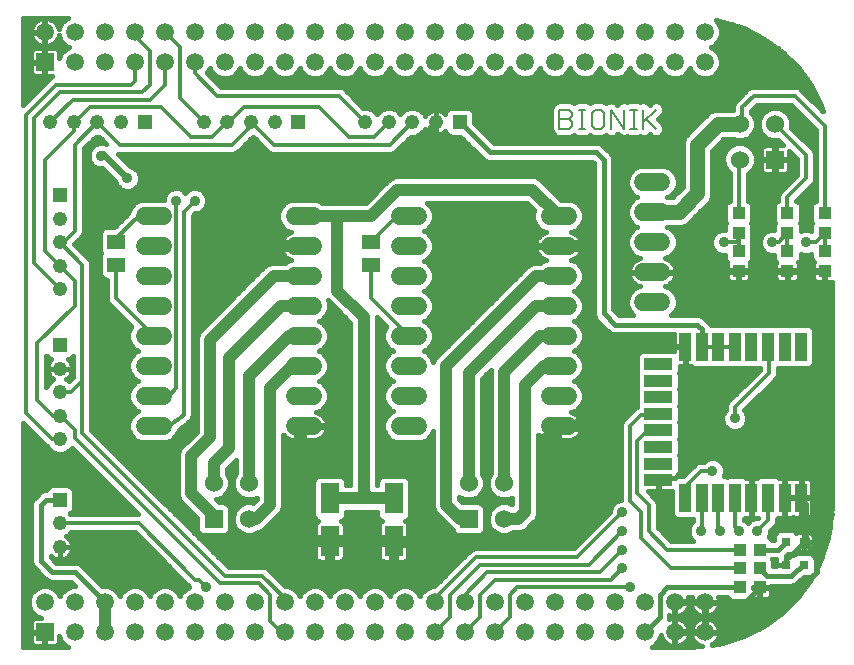
<source format=gtl>
G75*
%MOIN*%
%OFA0B0*%
%FSLAX25Y25*%
%IPPOS*%
%LPD*%
%AMOC8*
5,1,8,0,0,1.08239X$1,22.5*
%
%ADD10C,0.00600*%
%ADD11R,0.03937X0.09646*%
%ADD12R,0.09646X0.03937*%
%ADD13R,0.06299X0.10236*%
%ADD14R,0.06024X0.06024*%
%ADD15C,0.06024*%
%ADD16C,0.06000*%
%ADD17R,0.03937X0.04331*%
%ADD18R,0.03150X0.03150*%
%ADD19R,0.05906X0.05906*%
%ADD20C,0.05906*%
%ADD21R,0.04331X0.03937*%
%ADD22R,0.05906X0.05118*%
%ADD23R,0.04800X0.04800*%
%ADD24C,0.04800*%
%ADD25C,0.02400*%
%ADD26C,0.01600*%
%ADD27C,0.04000*%
%ADD28C,0.03569*%
%ADD29C,0.01200*%
%ADD30C,0.05000*%
D10*
X0186550Y0177100D02*
X0189753Y0177100D01*
X0190820Y0178168D01*
X0190820Y0179235D01*
X0189753Y0180303D01*
X0186550Y0180303D01*
X0186550Y0183505D02*
X0189753Y0183505D01*
X0190820Y0182438D01*
X0190820Y0181370D01*
X0189753Y0180303D01*
X0186550Y0177100D02*
X0186550Y0183505D01*
X0192995Y0183505D02*
X0195131Y0183505D01*
X0194063Y0183505D02*
X0194063Y0177100D01*
X0192995Y0177100D02*
X0195131Y0177100D01*
X0197292Y0178168D02*
X0198360Y0177100D01*
X0200495Y0177100D01*
X0201563Y0178168D01*
X0201563Y0182438D01*
X0200495Y0183505D01*
X0198360Y0183505D01*
X0197292Y0182438D01*
X0197292Y0178168D01*
X0203738Y0177100D02*
X0203738Y0183505D01*
X0208008Y0177100D01*
X0208008Y0183505D01*
X0210183Y0183505D02*
X0212319Y0183505D01*
X0211251Y0183505D02*
X0211251Y0177100D01*
X0210183Y0177100D02*
X0212319Y0177100D01*
X0214480Y0177100D02*
X0214480Y0183505D01*
X0215548Y0180303D02*
X0218751Y0177100D01*
X0214480Y0179235D02*
X0218751Y0183505D01*
D11*
X0228504Y0104497D03*
X0234016Y0104497D03*
X0239528Y0104497D03*
X0245039Y0104497D03*
X0250551Y0104497D03*
X0256063Y0104497D03*
X0261575Y0104497D03*
X0267087Y0104497D03*
X0267087Y0054103D03*
X0261575Y0054103D03*
X0256063Y0054103D03*
X0250551Y0054103D03*
X0245039Y0054103D03*
X0239528Y0054103D03*
X0234016Y0054103D03*
X0228504Y0054103D03*
D12*
X0219469Y0060009D03*
X0219469Y0065520D03*
X0219469Y0071032D03*
X0219469Y0076544D03*
X0219469Y0082056D03*
X0219469Y0087568D03*
X0219469Y0093080D03*
X0219469Y0098591D03*
D13*
X0131250Y0053887D03*
X0131250Y0039713D03*
X0110000Y0039713D03*
X0110000Y0053887D03*
D14*
X0071250Y0047144D03*
X0156250Y0047144D03*
X0258406Y0166800D03*
D15*
X0246594Y0166800D03*
X0246594Y0178611D03*
X0258406Y0178611D03*
X0168061Y0058956D03*
X0156250Y0058956D03*
X0168061Y0047144D03*
X0083061Y0047144D03*
X0083061Y0058956D03*
X0071250Y0058956D03*
D16*
X0054250Y0078050D02*
X0048250Y0078050D01*
X0048250Y0088050D02*
X0054250Y0088050D01*
X0054250Y0098050D02*
X0048250Y0098050D01*
X0048250Y0108050D02*
X0054250Y0108050D01*
X0054250Y0118050D02*
X0048250Y0118050D01*
X0048250Y0128050D02*
X0054250Y0128050D01*
X0054250Y0138050D02*
X0048250Y0138050D01*
X0048250Y0148050D02*
X0054250Y0148050D01*
X0098250Y0148050D02*
X0104250Y0148050D01*
X0104250Y0138050D02*
X0098250Y0138050D01*
X0098250Y0128050D02*
X0104250Y0128050D01*
X0104250Y0118050D02*
X0098250Y0118050D01*
X0098250Y0108050D02*
X0104250Y0108050D01*
X0104250Y0098050D02*
X0098250Y0098050D01*
X0098250Y0088050D02*
X0104250Y0088050D01*
X0104250Y0078050D02*
X0098250Y0078050D01*
X0133250Y0078050D02*
X0139250Y0078050D01*
X0139250Y0088050D02*
X0133250Y0088050D01*
X0133250Y0098050D02*
X0139250Y0098050D01*
X0139250Y0108050D02*
X0133250Y0108050D01*
X0133250Y0118050D02*
X0139250Y0118050D01*
X0139250Y0128050D02*
X0133250Y0128050D01*
X0133250Y0138050D02*
X0139250Y0138050D01*
X0139250Y0148050D02*
X0133250Y0148050D01*
X0183250Y0148050D02*
X0189250Y0148050D01*
X0189250Y0138050D02*
X0183250Y0138050D01*
X0183250Y0128050D02*
X0189250Y0128050D01*
X0189250Y0118050D02*
X0183250Y0118050D01*
X0183250Y0108050D02*
X0189250Y0108050D01*
X0189250Y0098050D02*
X0183250Y0098050D01*
X0183250Y0088050D02*
X0189250Y0088050D01*
X0189250Y0078050D02*
X0183250Y0078050D01*
X0214500Y0119300D02*
X0220500Y0119300D01*
X0220500Y0129300D02*
X0214500Y0129300D01*
X0214500Y0139300D02*
X0220500Y0139300D01*
X0220500Y0149300D02*
X0214500Y0149300D01*
X0214500Y0159300D02*
X0220500Y0159300D01*
D17*
X0246654Y0036800D03*
X0253346Y0036800D03*
X0253346Y0030550D03*
X0246654Y0030550D03*
X0246654Y0024300D03*
X0253346Y0024300D03*
D18*
X0262047Y0031800D03*
X0267953Y0031800D03*
X0267953Y0039300D03*
X0262047Y0039300D03*
D19*
X0015000Y0009300D03*
X0015000Y0199300D03*
D20*
X0025000Y0199300D03*
X0035000Y0199300D03*
X0045000Y0199300D03*
X0055000Y0199300D03*
X0065000Y0199300D03*
X0075000Y0199300D03*
X0085000Y0199300D03*
X0095000Y0199300D03*
X0105000Y0199300D03*
X0115000Y0199300D03*
X0125000Y0199300D03*
X0135000Y0199300D03*
X0145000Y0199300D03*
X0155000Y0199300D03*
X0165000Y0199300D03*
X0175000Y0199300D03*
X0185000Y0199300D03*
X0195000Y0199300D03*
X0205000Y0199300D03*
X0215000Y0199300D03*
X0225000Y0199300D03*
X0235000Y0199300D03*
X0235000Y0209300D03*
X0225000Y0209300D03*
X0215000Y0209300D03*
X0205000Y0209300D03*
X0195000Y0209300D03*
X0185000Y0209300D03*
X0175000Y0209300D03*
X0165000Y0209300D03*
X0155000Y0209300D03*
X0145000Y0209300D03*
X0135000Y0209300D03*
X0125000Y0209300D03*
X0115000Y0209300D03*
X0105000Y0209300D03*
X0095000Y0209300D03*
X0085000Y0209300D03*
X0075000Y0209300D03*
X0065000Y0209300D03*
X0055000Y0209300D03*
X0045000Y0209300D03*
X0035000Y0209300D03*
X0025000Y0209300D03*
X0015000Y0209300D03*
X0015000Y0019300D03*
X0025000Y0019300D03*
X0035000Y0019300D03*
X0045000Y0019300D03*
X0055000Y0019300D03*
X0065000Y0019300D03*
X0065000Y0009300D03*
X0055000Y0009300D03*
X0045000Y0009300D03*
X0035000Y0009300D03*
X0025000Y0009300D03*
X0075000Y0009300D03*
X0085000Y0009300D03*
X0095000Y0009300D03*
X0105000Y0009300D03*
X0115000Y0009300D03*
X0115000Y0019300D03*
X0105000Y0019300D03*
X0095000Y0019300D03*
X0085000Y0019300D03*
X0075000Y0019300D03*
X0125000Y0019300D03*
X0135000Y0019300D03*
X0145000Y0019300D03*
X0155000Y0019300D03*
X0165000Y0019300D03*
X0165000Y0009300D03*
X0155000Y0009300D03*
X0145000Y0009300D03*
X0135000Y0009300D03*
X0125000Y0009300D03*
X0175000Y0009300D03*
X0185000Y0009300D03*
X0195000Y0009300D03*
X0205000Y0009300D03*
X0215000Y0009300D03*
X0215000Y0019300D03*
X0205000Y0019300D03*
X0195000Y0019300D03*
X0185000Y0019300D03*
X0175000Y0019300D03*
X0225000Y0019300D03*
X0235000Y0019300D03*
X0235000Y0009300D03*
X0225000Y0009300D03*
D21*
X0246250Y0129704D03*
X0246250Y0136396D03*
X0246250Y0142204D03*
X0246250Y0148896D03*
X0262500Y0148896D03*
X0262500Y0142204D03*
X0262500Y0136396D03*
X0262500Y0129704D03*
X0275000Y0129704D03*
X0275000Y0136396D03*
X0275000Y0142204D03*
X0275000Y0148896D03*
D22*
X0123750Y0139290D03*
X0123750Y0131810D03*
X0038750Y0131810D03*
X0038750Y0139290D03*
D23*
X0020000Y0155048D03*
X0048248Y0179300D03*
X0099498Y0179300D03*
X0153248Y0179300D03*
X0020000Y0105048D03*
X0020000Y0053424D03*
D24*
X0020000Y0045550D03*
X0020000Y0037676D03*
X0020000Y0073552D03*
X0020000Y0081426D03*
X0020000Y0089300D03*
X0020000Y0097174D03*
X0020000Y0123552D03*
X0020000Y0131426D03*
X0020000Y0139300D03*
X0020000Y0147174D03*
X0016752Y0179300D03*
X0024626Y0179300D03*
X0032500Y0179300D03*
X0040374Y0179300D03*
X0068002Y0179300D03*
X0075876Y0179300D03*
X0083750Y0179300D03*
X0091624Y0179300D03*
X0121752Y0179300D03*
X0129626Y0179300D03*
X0137500Y0179300D03*
X0145374Y0179300D03*
D25*
X0143750Y0177676D01*
X0143750Y0163050D01*
X0042500Y0160550D02*
X0034343Y0168707D01*
X0034343Y0168643D01*
X0033750Y0168050D01*
X0225000Y0019300D02*
X0235000Y0019300D01*
X0235000Y0009300D01*
X0225000Y0009300D01*
D26*
X0007650Y0004450D02*
X0007650Y0079159D01*
X0015801Y0071009D01*
X0015870Y0070980D01*
X0015931Y0070833D01*
X0017281Y0069483D01*
X0019045Y0068752D01*
X0020955Y0068752D01*
X0022719Y0069483D01*
X0023960Y0070724D01*
X0046133Y0048550D01*
X0023788Y0048550D01*
X0023469Y0048869D01*
X0023759Y0048989D01*
X0024435Y0049665D01*
X0024800Y0050547D01*
X0024800Y0056301D01*
X0024435Y0057184D01*
X0023759Y0057859D01*
X0022877Y0058224D01*
X0017123Y0058224D01*
X0016241Y0057859D01*
X0015565Y0057184D01*
X0015334Y0056624D01*
X0014737Y0056624D01*
X0013561Y0056137D01*
X0011937Y0054513D01*
X0011037Y0053613D01*
X0010550Y0052437D01*
X0010550Y0032413D01*
X0011037Y0031237D01*
X0014787Y0027487D01*
X0015687Y0026587D01*
X0016863Y0026100D01*
X0023675Y0026100D01*
X0025122Y0024653D01*
X0023935Y0024653D01*
X0021968Y0023838D01*
X0020462Y0022332D01*
X0020000Y0021216D01*
X0019538Y0022332D01*
X0018032Y0023838D01*
X0016065Y0024653D01*
X0013935Y0024653D01*
X0011968Y0023838D01*
X0010462Y0022332D01*
X0009647Y0020365D01*
X0009647Y0018235D01*
X0010462Y0016268D01*
X0011968Y0014762D01*
X0013681Y0014053D01*
X0011810Y0014053D01*
X0011352Y0013930D01*
X0010942Y0013693D01*
X0010607Y0013358D01*
X0010370Y0012948D01*
X0010247Y0012490D01*
X0010247Y0009484D01*
X0014816Y0009484D01*
X0014816Y0009116D01*
X0015184Y0009116D01*
X0015184Y0004547D01*
X0018190Y0004547D01*
X0018648Y0004670D01*
X0019058Y0004907D01*
X0019393Y0005242D01*
X0019630Y0005652D01*
X0019753Y0006110D01*
X0019753Y0007981D01*
X0020462Y0006268D01*
X0021968Y0004762D01*
X0022722Y0004450D01*
X0007650Y0004450D01*
X0007650Y0005694D02*
X0010359Y0005694D01*
X0010370Y0005652D02*
X0010607Y0005242D01*
X0010942Y0004907D01*
X0011352Y0004670D01*
X0011810Y0004547D01*
X0014816Y0004547D01*
X0014816Y0009116D01*
X0010247Y0009116D01*
X0010247Y0006110D01*
X0010370Y0005652D01*
X0010247Y0007293D02*
X0007650Y0007293D01*
X0007650Y0008891D02*
X0010247Y0008891D01*
X0010247Y0010490D02*
X0007650Y0010490D01*
X0007650Y0012088D02*
X0010247Y0012088D01*
X0010936Y0013687D02*
X0007650Y0013687D01*
X0007650Y0015285D02*
X0011445Y0015285D01*
X0010207Y0016884D02*
X0007650Y0016884D01*
X0007650Y0018482D02*
X0009647Y0018482D01*
X0009647Y0020081D02*
X0007650Y0020081D01*
X0007650Y0021679D02*
X0010192Y0021679D01*
X0011408Y0023278D02*
X0007650Y0023278D01*
X0007650Y0024876D02*
X0024898Y0024876D01*
X0021408Y0023278D02*
X0018592Y0023278D01*
X0019808Y0021679D02*
X0020192Y0021679D01*
X0015959Y0026475D02*
X0007650Y0026475D01*
X0007650Y0028073D02*
X0014201Y0028073D01*
X0012603Y0029672D02*
X0007650Y0029672D01*
X0007650Y0031270D02*
X0011024Y0031270D01*
X0010550Y0032869D02*
X0007650Y0032869D01*
X0007650Y0034467D02*
X0010550Y0034467D01*
X0010550Y0036066D02*
X0007650Y0036066D01*
X0007650Y0037664D02*
X0010550Y0037664D01*
X0010550Y0039263D02*
X0007650Y0039263D01*
X0007650Y0040861D02*
X0010550Y0040861D01*
X0010550Y0042460D02*
X0007650Y0042460D01*
X0007650Y0044058D02*
X0010550Y0044058D01*
X0010550Y0045657D02*
X0007650Y0045657D01*
X0007650Y0047255D02*
X0010550Y0047255D01*
X0010550Y0048854D02*
X0007650Y0048854D01*
X0007650Y0050452D02*
X0010550Y0050452D01*
X0010550Y0052051D02*
X0007650Y0052051D01*
X0007650Y0053649D02*
X0011074Y0053649D01*
X0012672Y0055248D02*
X0007650Y0055248D01*
X0007650Y0056846D02*
X0015426Y0056846D01*
X0015374Y0053424D02*
X0013750Y0051800D01*
X0013750Y0033050D01*
X0017500Y0029300D01*
X0025000Y0029300D01*
X0035000Y0019300D01*
X0040000Y0021216D02*
X0039538Y0022332D01*
X0038032Y0023838D01*
X0036065Y0024653D01*
X0034173Y0024653D01*
X0026813Y0032013D01*
X0025637Y0032500D01*
X0018825Y0032500D01*
X0016950Y0034375D01*
X0016950Y0034786D01*
X0017264Y0034472D01*
X0017799Y0034084D01*
X0018388Y0033784D01*
X0019016Y0033579D01*
X0019669Y0033476D01*
X0020000Y0033476D01*
X0020331Y0033476D01*
X0020984Y0033579D01*
X0021612Y0033784D01*
X0022201Y0034084D01*
X0022736Y0034472D01*
X0023204Y0034940D01*
X0023592Y0035475D01*
X0023892Y0036064D01*
X0024097Y0036692D01*
X0024200Y0037345D01*
X0024200Y0037676D01*
X0024200Y0038007D01*
X0024097Y0038659D01*
X0023892Y0039288D01*
X0023592Y0039877D01*
X0023204Y0040412D01*
X0022736Y0040880D01*
X0022203Y0041267D01*
X0022719Y0041481D01*
X0023788Y0042550D01*
X0045007Y0042550D01*
X0062457Y0025101D01*
X0063206Y0024351D01*
X0061968Y0023838D01*
X0060462Y0022332D01*
X0060000Y0021216D01*
X0059538Y0022332D01*
X0058032Y0023838D01*
X0056065Y0024653D01*
X0053935Y0024653D01*
X0051968Y0023838D01*
X0050462Y0022332D01*
X0050000Y0021216D01*
X0049538Y0022332D01*
X0048032Y0023838D01*
X0046065Y0024653D01*
X0043935Y0024653D01*
X0041968Y0023838D01*
X0040462Y0022332D01*
X0040000Y0021216D01*
X0039808Y0021679D02*
X0040192Y0021679D01*
X0041408Y0023278D02*
X0038592Y0023278D01*
X0033949Y0024876D02*
X0062681Y0024876D01*
X0062457Y0025101D02*
X0062457Y0025101D01*
X0061083Y0026475D02*
X0032351Y0026475D01*
X0030752Y0028073D02*
X0059484Y0028073D01*
X0057886Y0029672D02*
X0029154Y0029672D01*
X0027555Y0031270D02*
X0056287Y0031270D01*
X0054689Y0032869D02*
X0018457Y0032869D01*
X0020000Y0033476D02*
X0020000Y0037676D01*
X0024200Y0037676D01*
X0020000Y0037676D01*
X0020000Y0037676D01*
X0020000Y0033476D01*
X0020000Y0034467D02*
X0020000Y0034467D01*
X0020000Y0036066D02*
X0020000Y0036066D01*
X0020000Y0037664D02*
X0020000Y0037664D01*
X0020000Y0037676D02*
X0020000Y0037676D01*
X0024200Y0037664D02*
X0049893Y0037664D01*
X0051492Y0036066D02*
X0023893Y0036066D01*
X0022729Y0034467D02*
X0053090Y0034467D01*
X0048295Y0039263D02*
X0023901Y0039263D01*
X0022754Y0040861D02*
X0046696Y0040861D01*
X0045098Y0042460D02*
X0023698Y0042460D01*
X0023484Y0048854D02*
X0045829Y0048854D01*
X0044231Y0050452D02*
X0024761Y0050452D01*
X0024800Y0052051D02*
X0042632Y0052051D01*
X0041034Y0053649D02*
X0024800Y0053649D01*
X0024800Y0055248D02*
X0039435Y0055248D01*
X0037837Y0056846D02*
X0024574Y0056846D01*
X0020000Y0053424D02*
X0015374Y0053424D01*
X0007650Y0058445D02*
X0036238Y0058445D01*
X0034640Y0060043D02*
X0007650Y0060043D01*
X0007650Y0061642D02*
X0033041Y0061642D01*
X0031443Y0063240D02*
X0007650Y0063240D01*
X0007650Y0064839D02*
X0029844Y0064839D01*
X0028246Y0066437D02*
X0007650Y0066437D01*
X0007650Y0068036D02*
X0026647Y0068036D01*
X0025049Y0069634D02*
X0022871Y0069634D01*
X0017129Y0069634D02*
X0007650Y0069634D01*
X0007650Y0071233D02*
X0015576Y0071233D01*
X0013978Y0072832D02*
X0007650Y0072832D01*
X0007650Y0074430D02*
X0012379Y0074430D01*
X0010781Y0076029D02*
X0007650Y0076029D01*
X0007650Y0077627D02*
X0009182Y0077627D01*
X0015500Y0090979D02*
X0015500Y0101446D01*
X0015565Y0101289D01*
X0016241Y0100613D01*
X0017123Y0100248D01*
X0017134Y0100248D01*
X0016796Y0099910D01*
X0016408Y0099375D01*
X0016108Y0098786D01*
X0015903Y0098158D01*
X0015800Y0097505D01*
X0015800Y0097174D01*
X0015800Y0096843D01*
X0015903Y0096191D01*
X0016108Y0095562D01*
X0016408Y0094973D01*
X0016796Y0094438D01*
X0017264Y0093970D01*
X0017797Y0093583D01*
X0017281Y0093369D01*
X0015931Y0092019D01*
X0015500Y0090979D01*
X0015500Y0092014D02*
X0015929Y0092014D01*
X0015500Y0093612D02*
X0017757Y0093612D01*
X0016287Y0095211D02*
X0015500Y0095211D01*
X0015500Y0096809D02*
X0015805Y0096809D01*
X0015800Y0097174D02*
X0020000Y0097174D01*
X0024200Y0097174D01*
X0024200Y0097505D01*
X0024097Y0098158D01*
X0023892Y0098786D01*
X0023592Y0099375D01*
X0023204Y0099910D01*
X0022866Y0100248D01*
X0022877Y0100248D01*
X0023759Y0100613D01*
X0024435Y0101289D01*
X0024500Y0101446D01*
X0024500Y0094293D01*
X0023148Y0092940D01*
X0022719Y0093369D01*
X0022203Y0093583D01*
X0022736Y0093970D01*
X0023204Y0094438D01*
X0023592Y0094973D01*
X0023892Y0095562D01*
X0024097Y0096191D01*
X0024200Y0096843D01*
X0024200Y0097174D01*
X0020000Y0097174D01*
X0020000Y0097174D01*
X0020000Y0097174D01*
X0015800Y0097174D01*
X0015985Y0098408D02*
X0015500Y0098408D01*
X0015500Y0100006D02*
X0016893Y0100006D01*
X0023107Y0100006D02*
X0024500Y0100006D01*
X0024500Y0098408D02*
X0024015Y0098408D01*
X0024195Y0096809D02*
X0024500Y0096809D01*
X0024500Y0095211D02*
X0023713Y0095211D01*
X0023820Y0093612D02*
X0022243Y0093612D01*
X0030500Y0093612D02*
X0045051Y0093612D01*
X0045191Y0093472D02*
X0046210Y0093050D01*
X0045191Y0092628D01*
X0043672Y0091109D01*
X0042850Y0089124D01*
X0042850Y0086976D01*
X0043672Y0084991D01*
X0045191Y0083472D01*
X0046210Y0083050D01*
X0045191Y0082628D01*
X0043672Y0081109D01*
X0042850Y0079124D01*
X0042850Y0076976D01*
X0043672Y0074991D01*
X0045191Y0073472D01*
X0047176Y0072650D01*
X0055324Y0072650D01*
X0057309Y0073472D01*
X0058828Y0074991D01*
X0059574Y0076793D01*
X0062747Y0079173D01*
X0062949Y0079257D01*
X0063221Y0079528D01*
X0063527Y0079758D01*
X0063639Y0079946D01*
X0063793Y0080101D01*
X0063940Y0080455D01*
X0064135Y0080785D01*
X0064166Y0081001D01*
X0064250Y0081203D01*
X0064250Y0081587D01*
X0064304Y0081966D01*
X0064250Y0082178D01*
X0064250Y0148057D01*
X0065058Y0148866D01*
X0065832Y0148866D01*
X0067370Y0149503D01*
X0068547Y0150680D01*
X0069184Y0152218D01*
X0069184Y0153882D01*
X0068547Y0155420D01*
X0067370Y0156597D01*
X0065832Y0157234D01*
X0064168Y0157234D01*
X0062630Y0156597D01*
X0061875Y0155842D01*
X0061120Y0156597D01*
X0059582Y0157234D01*
X0057918Y0157234D01*
X0056380Y0156597D01*
X0055203Y0155420D01*
X0054566Y0153882D01*
X0054566Y0153450D01*
X0047176Y0153450D01*
X0045191Y0152628D01*
X0043672Y0151109D01*
X0042850Y0149124D01*
X0042850Y0148893D01*
X0038207Y0144249D01*
X0035320Y0144249D01*
X0034438Y0143884D01*
X0033763Y0143209D01*
X0033397Y0142327D01*
X0033397Y0136254D01*
X0033689Y0135550D01*
X0033397Y0134846D01*
X0033397Y0128773D01*
X0033763Y0127891D01*
X0034438Y0127216D01*
X0035320Y0126851D01*
X0035750Y0126851D01*
X0035750Y0119953D01*
X0036207Y0118851D01*
X0037051Y0118007D01*
X0043810Y0111247D01*
X0043672Y0111109D01*
X0042850Y0109124D01*
X0042850Y0106976D01*
X0043672Y0104991D01*
X0045191Y0103472D01*
X0046210Y0103050D01*
X0045191Y0102628D01*
X0043672Y0101109D01*
X0042850Y0099124D01*
X0042850Y0096976D01*
X0043672Y0094991D01*
X0045191Y0093472D01*
X0044577Y0092014D02*
X0030500Y0092014D01*
X0030500Y0090415D02*
X0043385Y0090415D01*
X0042850Y0088817D02*
X0030500Y0088817D01*
X0030500Y0087218D02*
X0042850Y0087218D01*
X0043412Y0085620D02*
X0030500Y0085620D01*
X0030500Y0084021D02*
X0044642Y0084021D01*
X0044986Y0082423D02*
X0030500Y0082423D01*
X0030500Y0080824D02*
X0043554Y0080824D01*
X0042892Y0079226D02*
X0030500Y0079226D01*
X0030500Y0077627D02*
X0042850Y0077627D01*
X0043242Y0076029D02*
X0031264Y0076029D01*
X0030500Y0076793D02*
X0030500Y0132397D01*
X0030043Y0133499D01*
X0024868Y0138675D01*
X0026699Y0140507D01*
X0027543Y0141351D01*
X0028000Y0142453D01*
X0028000Y0170557D01*
X0031943Y0174500D01*
X0033057Y0174500D01*
X0035386Y0172171D01*
X0035060Y0172306D01*
X0033627Y0172306D01*
X0033453Y0172234D01*
X0032918Y0172234D01*
X0031380Y0171597D01*
X0030203Y0170420D01*
X0029566Y0168882D01*
X0029566Y0167218D01*
X0030203Y0165680D01*
X0031380Y0164503D01*
X0032918Y0163866D01*
X0034093Y0163866D01*
X0038369Y0159590D01*
X0038953Y0158180D01*
X0040130Y0157003D01*
X0041668Y0156366D01*
X0043332Y0156366D01*
X0044870Y0157003D01*
X0046047Y0158180D01*
X0046684Y0159718D01*
X0046684Y0161382D01*
X0046047Y0162920D01*
X0044870Y0164097D01*
X0043460Y0164681D01*
X0039297Y0168844D01*
X0039403Y0168800D01*
X0078097Y0168800D01*
X0079199Y0169257D01*
X0080043Y0170101D01*
X0084375Y0174432D01*
X0088707Y0170101D01*
X0089551Y0169257D01*
X0090653Y0168800D01*
X0130597Y0168800D01*
X0131699Y0169257D01*
X0132543Y0170101D01*
X0136943Y0174500D01*
X0138455Y0174500D01*
X0140219Y0175231D01*
X0141569Y0176581D01*
X0141783Y0177097D01*
X0142170Y0176564D01*
X0142638Y0176096D01*
X0143173Y0175708D01*
X0143762Y0175408D01*
X0144391Y0175203D01*
X0145043Y0175100D01*
X0145374Y0175100D01*
X0145705Y0175100D01*
X0146358Y0175203D01*
X0146986Y0175408D01*
X0147575Y0175708D01*
X0148110Y0176096D01*
X0148448Y0176434D01*
X0148448Y0176423D01*
X0148813Y0175541D01*
X0149489Y0174865D01*
X0150371Y0174500D01*
X0153523Y0174500D01*
X0161435Y0166587D01*
X0162612Y0166100D01*
X0197425Y0166100D01*
X0198050Y0165475D01*
X0198050Y0114913D01*
X0198537Y0113737D01*
X0199437Y0112837D01*
X0203187Y0109087D01*
X0204363Y0108600D01*
X0224735Y0108600D01*
X0224735Y0104681D01*
X0228320Y0104681D01*
X0228320Y0104313D01*
X0228688Y0104313D01*
X0228688Y0097874D01*
X0230453Y0097874D01*
X0230688Y0097639D01*
X0231570Y0097274D01*
X0236462Y0097274D01*
X0236772Y0097402D01*
X0237082Y0097274D01*
X0241973Y0097274D01*
X0242283Y0097402D01*
X0242593Y0097274D01*
X0247485Y0097274D01*
X0247795Y0097402D01*
X0248105Y0097274D01*
X0252997Y0097274D01*
X0253250Y0097379D01*
X0253250Y0096793D01*
X0242457Y0085999D01*
X0242000Y0084897D01*
X0242000Y0083467D01*
X0241453Y0082920D01*
X0240816Y0081382D01*
X0240816Y0079718D01*
X0241453Y0078180D01*
X0242630Y0077003D01*
X0244168Y0076366D01*
X0245832Y0076366D01*
X0247370Y0077003D01*
X0248547Y0078180D01*
X0249184Y0079718D01*
X0249184Y0081382D01*
X0248547Y0082920D01*
X0248205Y0083262D01*
X0257949Y0093007D01*
X0258793Y0093851D01*
X0259250Y0094953D01*
X0259250Y0097274D01*
X0264021Y0097274D01*
X0264331Y0097402D01*
X0264641Y0097274D01*
X0269533Y0097274D01*
X0270415Y0097639D01*
X0271090Y0098315D01*
X0271455Y0099197D01*
X0271455Y0109797D01*
X0271090Y0110679D01*
X0270415Y0111354D01*
X0269533Y0111720D01*
X0264641Y0111720D01*
X0264331Y0111591D01*
X0264021Y0111720D01*
X0259129Y0111720D01*
X0258819Y0111591D01*
X0258509Y0111720D01*
X0253617Y0111720D01*
X0253307Y0111591D01*
X0252997Y0111720D01*
X0248105Y0111720D01*
X0247795Y0111591D01*
X0247485Y0111720D01*
X0242593Y0111720D01*
X0242283Y0111591D01*
X0241973Y0111720D01*
X0237082Y0111720D01*
X0236914Y0111650D01*
X0236729Y0112097D01*
X0235213Y0113613D01*
X0234313Y0114513D01*
X0233137Y0115000D01*
X0223837Y0115000D01*
X0225078Y0116241D01*
X0225900Y0118226D01*
X0225900Y0120374D01*
X0225078Y0122359D01*
X0223559Y0123878D01*
X0221707Y0124645D01*
X0222343Y0124852D01*
X0223016Y0125195D01*
X0223627Y0125639D01*
X0224161Y0126173D01*
X0224605Y0126784D01*
X0224948Y0127457D01*
X0225182Y0128176D01*
X0225300Y0128922D01*
X0225300Y0129100D01*
X0217700Y0129100D01*
X0217700Y0129500D01*
X0225300Y0129500D01*
X0225300Y0129678D01*
X0225182Y0130424D01*
X0224948Y0131143D01*
X0224605Y0131816D01*
X0224161Y0132427D01*
X0223627Y0132961D01*
X0223016Y0133405D01*
X0222343Y0133748D01*
X0221707Y0133955D01*
X0223559Y0134722D01*
X0225078Y0136241D01*
X0225900Y0138226D01*
X0225900Y0140374D01*
X0225078Y0142359D01*
X0223559Y0143878D01*
X0222540Y0144300D01*
X0222781Y0144400D01*
X0227225Y0144400D01*
X0229026Y0145146D01*
X0236654Y0152774D01*
X0237400Y0154575D01*
X0237400Y0169770D01*
X0241341Y0173711D01*
X0244282Y0173711D01*
X0245518Y0173199D01*
X0247671Y0173199D01*
X0249660Y0174023D01*
X0251182Y0175545D01*
X0252006Y0177535D01*
X0252006Y0179687D01*
X0251182Y0181677D01*
X0250500Y0182359D01*
X0250500Y0183057D01*
X0252493Y0185050D01*
X0263757Y0185050D01*
X0272000Y0176807D01*
X0272000Y0153117D01*
X0271475Y0152900D01*
X0270800Y0152224D01*
X0270435Y0151342D01*
X0270435Y0146451D01*
X0270800Y0145568D01*
X0270818Y0145550D01*
X0270800Y0145532D01*
X0270435Y0144649D01*
X0270435Y0143131D01*
X0269582Y0143484D01*
X0267918Y0143484D01*
X0267065Y0143131D01*
X0267065Y0144649D01*
X0266700Y0145532D01*
X0266681Y0145550D01*
X0266700Y0145568D01*
X0267065Y0146451D01*
X0267065Y0151342D01*
X0266700Y0152224D01*
X0266025Y0152900D01*
X0265542Y0153100D01*
X0270449Y0158007D01*
X0271293Y0158851D01*
X0271750Y0159953D01*
X0271750Y0168863D01*
X0271293Y0169966D01*
X0263790Y0177469D01*
X0263817Y0177535D01*
X0263817Y0179687D01*
X0262993Y0181677D01*
X0261471Y0183199D01*
X0259482Y0184023D01*
X0257329Y0184023D01*
X0255340Y0183199D01*
X0253818Y0181677D01*
X0252994Y0179687D01*
X0252994Y0177535D01*
X0253818Y0175545D01*
X0255340Y0174023D01*
X0257329Y0173199D01*
X0259482Y0173199D01*
X0259548Y0173226D01*
X0261162Y0171612D01*
X0258609Y0171612D01*
X0258609Y0167004D01*
X0258202Y0167004D01*
X0258202Y0171612D01*
X0255157Y0171612D01*
X0254699Y0171489D01*
X0254288Y0171252D01*
X0253953Y0170917D01*
X0253716Y0170507D01*
X0253594Y0170049D01*
X0253594Y0167004D01*
X0258201Y0167004D01*
X0258201Y0166596D01*
X0253594Y0166596D01*
X0253594Y0163551D01*
X0253716Y0163093D01*
X0253953Y0162683D01*
X0254288Y0162348D01*
X0249796Y0162348D01*
X0249660Y0162212D02*
X0251182Y0163734D01*
X0252006Y0165724D01*
X0252006Y0167876D01*
X0251182Y0169866D01*
X0249660Y0171388D01*
X0247671Y0172212D01*
X0245518Y0172212D01*
X0243529Y0171388D01*
X0242007Y0169866D01*
X0241183Y0167876D01*
X0241183Y0165724D01*
X0242007Y0163734D01*
X0243250Y0162491D01*
X0243250Y0153117D01*
X0242725Y0152900D01*
X0242050Y0152224D01*
X0241685Y0151342D01*
X0241685Y0146451D01*
X0242050Y0145568D01*
X0242068Y0145550D01*
X0242050Y0145532D01*
X0241685Y0144649D01*
X0241685Y0143484D01*
X0240418Y0143484D01*
X0238880Y0142847D01*
X0237703Y0141670D01*
X0237066Y0140132D01*
X0237066Y0138468D01*
X0237703Y0136930D01*
X0238880Y0135753D01*
X0240418Y0135116D01*
X0241685Y0135116D01*
X0241685Y0133951D01*
X0242050Y0133068D01*
X0242533Y0132585D01*
X0242407Y0132367D01*
X0242285Y0131909D01*
X0242285Y0129888D01*
X0246066Y0129888D01*
X0246066Y0129519D01*
X0246434Y0129519D01*
X0246434Y0125935D01*
X0248652Y0125935D01*
X0249110Y0126058D01*
X0249521Y0126295D01*
X0249856Y0126630D01*
X0250093Y0127040D01*
X0250215Y0127498D01*
X0250215Y0129519D01*
X0246434Y0129519D01*
X0246434Y0129888D01*
X0250215Y0129888D01*
X0250215Y0131909D01*
X0250093Y0132367D01*
X0249967Y0132585D01*
X0250450Y0133068D01*
X0250815Y0133951D01*
X0250815Y0138842D01*
X0250626Y0139300D01*
X0250815Y0139758D01*
X0250815Y0144649D01*
X0250450Y0145532D01*
X0250431Y0145550D01*
X0250450Y0145568D01*
X0250815Y0146451D01*
X0250815Y0151342D01*
X0250450Y0152224D01*
X0249775Y0152900D01*
X0249250Y0153117D01*
X0249250Y0162042D01*
X0249660Y0162212D01*
X0249250Y0160750D02*
X0264707Y0160750D01*
X0265750Y0161793D02*
X0259957Y0155999D01*
X0259500Y0154897D01*
X0259500Y0153117D01*
X0258975Y0152900D01*
X0258300Y0152224D01*
X0257935Y0151342D01*
X0257935Y0146451D01*
X0258300Y0145568D01*
X0258318Y0145550D01*
X0258300Y0145532D01*
X0257935Y0144649D01*
X0257935Y0143484D01*
X0256668Y0143484D01*
X0255130Y0142847D01*
X0253953Y0141670D01*
X0253316Y0140132D01*
X0253316Y0138468D01*
X0253953Y0136930D01*
X0255130Y0135753D01*
X0256668Y0135116D01*
X0257935Y0135116D01*
X0257935Y0133951D01*
X0258300Y0133068D01*
X0258783Y0132585D01*
X0258657Y0132367D01*
X0258535Y0131909D01*
X0258535Y0129888D01*
X0262316Y0129888D01*
X0262316Y0129519D01*
X0262684Y0129519D01*
X0262684Y0125935D01*
X0264902Y0125935D01*
X0265360Y0126058D01*
X0265771Y0126295D01*
X0266106Y0126630D01*
X0266343Y0127040D01*
X0266465Y0127498D01*
X0266465Y0129519D01*
X0262684Y0129519D01*
X0262684Y0129888D01*
X0266465Y0129888D01*
X0266465Y0131909D01*
X0266343Y0132367D01*
X0266217Y0132585D01*
X0266700Y0133068D01*
X0267065Y0133951D01*
X0267065Y0135469D01*
X0267918Y0135116D01*
X0269582Y0135116D01*
X0270435Y0135469D01*
X0270435Y0133951D01*
X0270800Y0133068D01*
X0271283Y0132585D01*
X0271157Y0132367D01*
X0271035Y0131909D01*
X0271035Y0129888D01*
X0274816Y0129888D01*
X0274816Y0129519D01*
X0275184Y0129519D01*
X0275184Y0125935D01*
X0277350Y0125935D01*
X0277350Y0051800D01*
X0277204Y0048085D01*
X0276042Y0040746D01*
X0273746Y0033680D01*
X0271928Y0030112D01*
X0271928Y0033852D01*
X0271562Y0034734D01*
X0270887Y0035409D01*
X0270005Y0035775D01*
X0265901Y0035775D01*
X0265018Y0035409D01*
X0264535Y0034926D01*
X0264317Y0035052D01*
X0263859Y0035175D01*
X0262448Y0035175D01*
X0262598Y0035325D01*
X0264099Y0035325D01*
X0264982Y0035691D01*
X0265465Y0036174D01*
X0265683Y0036048D01*
X0266141Y0035925D01*
X0267953Y0035925D01*
X0269765Y0035925D01*
X0270222Y0036048D01*
X0270633Y0036285D01*
X0270968Y0036620D01*
X0271205Y0037030D01*
X0271328Y0037488D01*
X0271328Y0039300D01*
X0271328Y0041112D01*
X0271205Y0041570D01*
X0270968Y0041980D01*
X0270633Y0042315D01*
X0270222Y0042552D01*
X0269765Y0042675D01*
X0267953Y0042675D01*
X0267953Y0039300D01*
X0271328Y0039300D01*
X0267953Y0039300D01*
X0267953Y0039300D01*
X0267953Y0039300D01*
X0267953Y0035925D01*
X0267953Y0039300D01*
X0267953Y0039300D01*
X0272500Y0034753D01*
X0272500Y0029300D01*
X0267500Y0024300D01*
X0253346Y0024300D01*
X0252500Y0024300D01*
X0253162Y0024484D02*
X0251022Y0024484D01*
X0251022Y0024116D01*
X0253162Y0024116D01*
X0253162Y0024484D01*
X0253346Y0024300D02*
X0248346Y0019300D01*
X0235000Y0019300D01*
X0235184Y0019484D02*
X0239753Y0019484D01*
X0239753Y0019674D01*
X0239636Y0020413D01*
X0239412Y0021100D01*
X0242516Y0021100D01*
X0242650Y0020775D01*
X0243326Y0020100D01*
X0244208Y0019735D01*
X0249099Y0019735D01*
X0249982Y0020100D01*
X0250465Y0020583D01*
X0250683Y0020457D01*
X0251141Y0020335D01*
X0253162Y0020335D01*
X0253162Y0024116D01*
X0253531Y0024116D01*
X0253531Y0024484D01*
X0257115Y0024484D01*
X0257115Y0024850D01*
X0264387Y0024850D01*
X0265563Y0025337D01*
X0266463Y0026237D01*
X0267603Y0027378D01*
X0268150Y0027825D01*
X0270005Y0027825D01*
X0270887Y0028191D01*
X0271013Y0028316D01*
X0270373Y0027060D01*
X0266005Y0021049D01*
X0260751Y0015795D01*
X0260751Y0015795D01*
X0254740Y0011427D01*
X0248120Y0008054D01*
X0241054Y0005758D01*
X0237374Y0005175D01*
X0237491Y0005235D01*
X0238096Y0005675D01*
X0238625Y0006204D01*
X0239065Y0006809D01*
X0239405Y0007476D01*
X0239636Y0008187D01*
X0239753Y0008926D01*
X0239753Y0009116D01*
X0235184Y0009116D01*
X0235184Y0009484D01*
X0234816Y0009484D01*
X0234816Y0009116D01*
X0230247Y0009116D01*
X0230247Y0008926D01*
X0230364Y0008187D01*
X0230595Y0007476D01*
X0230935Y0006809D01*
X0231375Y0006204D01*
X0231904Y0005675D01*
X0232509Y0005235D01*
X0233176Y0004895D01*
X0233887Y0004664D01*
X0234017Y0004644D01*
X0233715Y0004596D01*
X0230000Y0004450D01*
X0217278Y0004450D01*
X0218032Y0004762D01*
X0219538Y0006268D01*
X0220353Y0008235D01*
X0220353Y0008260D01*
X0220364Y0008187D01*
X0220595Y0007476D01*
X0220935Y0006809D01*
X0221375Y0006204D01*
X0221904Y0005675D01*
X0222509Y0005235D01*
X0223176Y0004895D01*
X0223887Y0004664D01*
X0224626Y0004547D01*
X0224816Y0004547D01*
X0224816Y0009116D01*
X0225184Y0009116D01*
X0225184Y0004547D01*
X0225374Y0004547D01*
X0226113Y0004664D01*
X0226824Y0004895D01*
X0227491Y0005235D01*
X0228096Y0005675D01*
X0228625Y0006204D01*
X0229065Y0006809D01*
X0229405Y0007476D01*
X0229636Y0008187D01*
X0229753Y0008926D01*
X0229753Y0009116D01*
X0225184Y0009116D01*
X0225184Y0009484D01*
X0224816Y0009484D01*
X0224816Y0014053D01*
X0224626Y0014053D01*
X0223887Y0013936D01*
X0223200Y0013712D01*
X0223200Y0014888D01*
X0223887Y0014664D01*
X0224626Y0014547D01*
X0224816Y0014547D01*
X0224816Y0019116D01*
X0225184Y0019116D01*
X0225184Y0014547D01*
X0225374Y0014547D01*
X0226113Y0014664D01*
X0226824Y0014895D01*
X0227491Y0015235D01*
X0228096Y0015675D01*
X0228625Y0016204D01*
X0229065Y0016809D01*
X0229405Y0017476D01*
X0229636Y0018187D01*
X0229753Y0018926D01*
X0229753Y0019116D01*
X0225184Y0019116D01*
X0225184Y0019484D01*
X0229753Y0019484D01*
X0229753Y0019674D01*
X0229636Y0020413D01*
X0229412Y0021100D01*
X0230588Y0021100D01*
X0230364Y0020413D01*
X0230247Y0019674D01*
X0230247Y0019484D01*
X0234816Y0019484D01*
X0234816Y0019116D01*
X0235184Y0019116D01*
X0235184Y0014547D01*
X0235374Y0014547D01*
X0236113Y0014664D01*
X0236824Y0014895D01*
X0237491Y0015235D01*
X0238096Y0015675D01*
X0238625Y0016204D01*
X0239065Y0016809D01*
X0239405Y0017476D01*
X0239636Y0018187D01*
X0239753Y0018926D01*
X0239753Y0019116D01*
X0235184Y0019116D01*
X0235184Y0019484D01*
X0234816Y0019116D02*
X0234816Y0014547D01*
X0234626Y0014547D01*
X0233887Y0014664D01*
X0233176Y0014895D01*
X0232509Y0015235D01*
X0231904Y0015675D01*
X0231375Y0016204D01*
X0230935Y0016809D01*
X0230595Y0017476D01*
X0230364Y0018187D01*
X0230247Y0018926D01*
X0230247Y0019116D01*
X0234816Y0019116D01*
X0234816Y0018482D02*
X0235184Y0018482D01*
X0235184Y0016884D02*
X0234816Y0016884D01*
X0234816Y0015285D02*
X0235184Y0015285D01*
X0235184Y0014053D02*
X0235184Y0009484D01*
X0239753Y0009484D01*
X0239753Y0009674D01*
X0239636Y0010413D01*
X0239405Y0011124D01*
X0239065Y0011791D01*
X0238625Y0012396D01*
X0238096Y0012925D01*
X0237491Y0013365D01*
X0236824Y0013705D01*
X0236113Y0013936D01*
X0235374Y0014053D01*
X0235184Y0014053D01*
X0235184Y0013687D02*
X0234816Y0013687D01*
X0234816Y0014053D02*
X0234626Y0014053D01*
X0233887Y0013936D01*
X0233176Y0013705D01*
X0232509Y0013365D01*
X0231904Y0012925D01*
X0231375Y0012396D01*
X0230935Y0011791D01*
X0230595Y0011124D01*
X0230364Y0010413D01*
X0230247Y0009674D01*
X0230247Y0009484D01*
X0234816Y0009484D01*
X0234816Y0014053D01*
X0233140Y0013687D02*
X0226860Y0013687D01*
X0226824Y0013705D02*
X0226113Y0013936D01*
X0225374Y0014053D01*
X0225184Y0014053D01*
X0225184Y0009484D01*
X0229753Y0009484D01*
X0229753Y0009674D01*
X0229636Y0010413D01*
X0229405Y0011124D01*
X0229065Y0011791D01*
X0228625Y0012396D01*
X0228096Y0012925D01*
X0227491Y0013365D01*
X0226824Y0013705D01*
X0225184Y0013687D02*
X0224816Y0013687D01*
X0224816Y0015285D02*
X0225184Y0015285D01*
X0225184Y0016884D02*
X0224816Y0016884D01*
X0224816Y0018482D02*
X0225184Y0018482D01*
X0229103Y0016884D02*
X0230897Y0016884D01*
X0230318Y0018482D02*
X0229682Y0018482D01*
X0229688Y0020081D02*
X0230312Y0020081D01*
X0222500Y0024300D02*
X0246654Y0024300D01*
X0249935Y0020081D02*
X0265037Y0020081D01*
X0266463Y0021679D02*
X0257056Y0021679D01*
X0257115Y0021898D02*
X0257115Y0024116D01*
X0253531Y0024116D01*
X0253531Y0020335D01*
X0255552Y0020335D01*
X0256010Y0020457D01*
X0256420Y0020694D01*
X0256755Y0021029D01*
X0256992Y0021440D01*
X0257115Y0021898D01*
X0257115Y0023278D02*
X0267625Y0023278D01*
X0268786Y0024876D02*
X0264450Y0024876D01*
X0266700Y0026475D02*
X0269948Y0026475D01*
X0270604Y0028073D02*
X0270889Y0028073D01*
X0267953Y0031800D02*
X0265453Y0029753D01*
X0263750Y0028050D01*
X0255846Y0028050D01*
X0253346Y0030550D01*
X0257715Y0031250D02*
X0257715Y0033193D01*
X0257546Y0033600D01*
X0258672Y0033600D01*
X0258672Y0031800D01*
X0262047Y0031800D01*
X0262047Y0031800D01*
X0258672Y0031800D01*
X0258672Y0031250D01*
X0257715Y0031250D01*
X0257715Y0031270D02*
X0258672Y0031270D01*
X0258672Y0032869D02*
X0257715Y0032869D01*
X0262047Y0032869D02*
X0262047Y0032869D01*
X0262047Y0033847D02*
X0262047Y0031800D01*
X0262047Y0034774D01*
X0262047Y0034775D01*
X0262047Y0031800D01*
X0262047Y0031800D01*
X0262047Y0033847D02*
X0262500Y0034300D01*
X0262953Y0034300D01*
X0267953Y0039300D01*
X0269075Y0040422D01*
X0267953Y0040861D02*
X0267953Y0040861D01*
X0267953Y0039300D02*
X0267953Y0042675D01*
X0266141Y0042675D01*
X0265683Y0042552D01*
X0265465Y0042426D01*
X0264982Y0042909D01*
X0264099Y0043275D01*
X0259995Y0043275D01*
X0259113Y0042909D01*
X0258438Y0042234D01*
X0258072Y0041352D01*
X0258072Y0040000D01*
X0257484Y0040000D01*
X0257350Y0040325D01*
X0256674Y0041000D01*
X0256252Y0041175D01*
X0256684Y0042218D01*
X0256684Y0042992D01*
X0258606Y0044914D01*
X0259063Y0046016D01*
X0259063Y0047110D01*
X0259391Y0047246D01*
X0259626Y0047480D01*
X0261391Y0047480D01*
X0261391Y0053919D01*
X0261759Y0053919D01*
X0261759Y0054287D01*
X0266902Y0054287D01*
X0266902Y0053919D01*
X0263318Y0053919D01*
X0261759Y0053919D01*
X0261759Y0047480D01*
X0263780Y0047480D01*
X0264238Y0047603D01*
X0264331Y0047656D01*
X0264423Y0047603D01*
X0264881Y0047480D01*
X0266902Y0047480D01*
X0266902Y0053919D01*
X0267271Y0053919D01*
X0267271Y0054287D01*
X0270855Y0054287D01*
X0270855Y0059163D01*
X0270732Y0059621D01*
X0270495Y0060031D01*
X0270160Y0060366D01*
X0269750Y0060603D01*
X0269292Y0060726D01*
X0267271Y0060726D01*
X0267271Y0054287D01*
X0266902Y0054287D01*
X0266902Y0060726D01*
X0264881Y0060726D01*
X0264423Y0060603D01*
X0264331Y0060550D01*
X0264238Y0060603D01*
X0263780Y0060726D01*
X0261759Y0060726D01*
X0261759Y0054287D01*
X0261391Y0054287D01*
X0261391Y0060726D01*
X0259626Y0060726D01*
X0259391Y0060961D01*
X0258509Y0061326D01*
X0253617Y0061326D01*
X0252735Y0060961D01*
X0252500Y0060726D01*
X0250735Y0060726D01*
X0250735Y0054287D01*
X0250367Y0054287D01*
X0250367Y0060726D01*
X0248602Y0060726D01*
X0248367Y0060961D01*
X0247485Y0061326D01*
X0242593Y0061326D01*
X0242283Y0061198D01*
X0241973Y0061326D01*
X0241315Y0061326D01*
X0241684Y0062218D01*
X0241684Y0063882D01*
X0241047Y0065420D01*
X0239870Y0066597D01*
X0238332Y0067234D01*
X0236668Y0067234D01*
X0235130Y0066597D01*
X0234583Y0066050D01*
X0233153Y0066050D01*
X0232051Y0065593D01*
X0227783Y0061326D01*
X0226091Y0061326D01*
X0226091Y0061958D01*
X0226326Y0062192D01*
X0226691Y0063075D01*
X0226691Y0067966D01*
X0226563Y0068276D01*
X0226691Y0068586D01*
X0226691Y0073478D01*
X0226563Y0073788D01*
X0226691Y0074098D01*
X0226691Y0078990D01*
X0226563Y0079300D01*
X0226691Y0079610D01*
X0226691Y0084502D01*
X0226563Y0084812D01*
X0226691Y0085122D01*
X0226691Y0090014D01*
X0226563Y0090324D01*
X0226691Y0090634D01*
X0226691Y0095525D01*
X0226563Y0095835D01*
X0226691Y0096145D01*
X0226691Y0097874D01*
X0228320Y0097874D01*
X0228320Y0104313D01*
X0224735Y0104313D01*
X0224735Y0102960D01*
X0214168Y0102960D01*
X0213286Y0102594D01*
X0212611Y0101919D01*
X0212246Y0101037D01*
X0212246Y0096145D01*
X0212374Y0095835D01*
X0212246Y0095525D01*
X0212246Y0090634D01*
X0212374Y0090324D01*
X0212246Y0090014D01*
X0212246Y0085122D01*
X0212374Y0084812D01*
X0212246Y0084502D01*
X0212246Y0084424D01*
X0212051Y0084343D01*
X0211207Y0083499D01*
X0208301Y0080593D01*
X0207457Y0079749D01*
X0207000Y0078647D01*
X0207000Y0053484D01*
X0206668Y0053484D01*
X0205130Y0052847D01*
X0203953Y0051670D01*
X0203316Y0050132D01*
X0203316Y0049358D01*
X0191257Y0037300D01*
X0158153Y0037300D01*
X0157051Y0036843D01*
X0156207Y0035999D01*
X0144860Y0024653D01*
X0143935Y0024653D01*
X0141968Y0023838D01*
X0140462Y0022332D01*
X0140000Y0021216D01*
X0139538Y0022332D01*
X0138032Y0023838D01*
X0136065Y0024653D01*
X0133935Y0024653D01*
X0131968Y0023838D01*
X0130462Y0022332D01*
X0130000Y0021216D01*
X0129538Y0022332D01*
X0128032Y0023838D01*
X0126065Y0024653D01*
X0123935Y0024653D01*
X0121968Y0023838D01*
X0120462Y0022332D01*
X0120000Y0021216D01*
X0119538Y0022332D01*
X0118032Y0023838D01*
X0116065Y0024653D01*
X0113935Y0024653D01*
X0111968Y0023838D01*
X0110462Y0022332D01*
X0110000Y0021216D01*
X0109538Y0022332D01*
X0108032Y0023838D01*
X0106065Y0024653D01*
X0103935Y0024653D01*
X0101968Y0023838D01*
X0100462Y0022332D01*
X0100000Y0021216D01*
X0099538Y0022332D01*
X0098032Y0023838D01*
X0096065Y0024653D01*
X0095140Y0024653D01*
X0090043Y0029749D01*
X0089199Y0030593D01*
X0088097Y0031050D01*
X0076243Y0031050D01*
X0030500Y0076793D01*
X0032863Y0074430D02*
X0044233Y0074430D01*
X0046738Y0072832D02*
X0034461Y0072832D01*
X0036060Y0071233D02*
X0060710Y0071233D01*
X0060020Y0070542D02*
X0059350Y0068925D01*
X0059350Y0054675D01*
X0060020Y0053058D01*
X0061258Y0051820D01*
X0065838Y0047239D01*
X0065838Y0043655D01*
X0066204Y0042773D01*
X0066879Y0042098D01*
X0067761Y0041733D01*
X0074739Y0041733D01*
X0075621Y0042098D01*
X0076296Y0042773D01*
X0076662Y0043655D01*
X0076662Y0050634D01*
X0076296Y0051516D01*
X0075621Y0052191D01*
X0074739Y0052556D01*
X0072966Y0052556D01*
X0071979Y0053544D01*
X0072326Y0053544D01*
X0074316Y0054368D01*
X0075838Y0055890D01*
X0076662Y0057879D01*
X0076662Y0060032D01*
X0075838Y0062021D01*
X0075650Y0062209D01*
X0075650Y0063727D01*
X0078661Y0066738D01*
X0078661Y0062209D01*
X0078473Y0062021D01*
X0077649Y0060032D01*
X0077649Y0057879D01*
X0078473Y0055890D01*
X0079995Y0054368D01*
X0081985Y0053544D01*
X0084138Y0053544D01*
X0085600Y0054149D01*
X0085600Y0053623D01*
X0084418Y0052440D01*
X0084138Y0052556D01*
X0081985Y0052556D01*
X0079995Y0051732D01*
X0078473Y0050210D01*
X0077649Y0048221D01*
X0077649Y0046068D01*
X0078473Y0044079D01*
X0079995Y0042557D01*
X0081985Y0041733D01*
X0084138Y0041733D01*
X0086127Y0042557D01*
X0086381Y0042812D01*
X0087837Y0043414D01*
X0092492Y0048070D01*
X0093730Y0049308D01*
X0094400Y0050925D01*
X0094400Y0075183D01*
X0094589Y0074923D01*
X0095123Y0074389D01*
X0095734Y0073945D01*
X0096407Y0073602D01*
X0097126Y0073368D01*
X0097872Y0073250D01*
X0101050Y0073250D01*
X0101050Y0077850D01*
X0101450Y0077850D01*
X0101450Y0078250D01*
X0109050Y0078250D01*
X0109050Y0078428D01*
X0108932Y0079174D01*
X0108698Y0079893D01*
X0108355Y0080566D01*
X0107911Y0081177D01*
X0107377Y0081711D01*
X0106766Y0082155D01*
X0106093Y0082498D01*
X0105457Y0082705D01*
X0107309Y0083472D01*
X0108828Y0084991D01*
X0109650Y0086976D01*
X0109650Y0089124D01*
X0108828Y0091109D01*
X0107309Y0092628D01*
X0106290Y0093050D01*
X0107309Y0093472D01*
X0108828Y0094991D01*
X0109650Y0096976D01*
X0109650Y0099124D01*
X0108828Y0101109D01*
X0107309Y0102628D01*
X0106290Y0103050D01*
X0107309Y0103472D01*
X0108828Y0104991D01*
X0109650Y0106976D01*
X0109650Y0109124D01*
X0108828Y0111109D01*
X0107309Y0112628D01*
X0106290Y0113050D01*
X0107309Y0113472D01*
X0108828Y0114991D01*
X0109650Y0116976D01*
X0109650Y0119124D01*
X0109259Y0120069D01*
X0110008Y0119320D01*
X0116850Y0112477D01*
X0116850Y0058287D01*
X0115550Y0058287D01*
X0115550Y0059482D01*
X0115184Y0060364D01*
X0114509Y0061039D01*
X0113627Y0061405D01*
X0106373Y0061405D01*
X0105491Y0061039D01*
X0104816Y0060364D01*
X0104450Y0059482D01*
X0104450Y0048291D01*
X0104816Y0047409D01*
X0105491Y0046734D01*
X0106105Y0046480D01*
X0105745Y0046272D01*
X0105410Y0045937D01*
X0105173Y0045526D01*
X0105050Y0045068D01*
X0105050Y0040488D01*
X0109225Y0040488D01*
X0109225Y0038939D01*
X0105050Y0038939D01*
X0105050Y0034358D01*
X0105173Y0033900D01*
X0105410Y0033490D01*
X0105745Y0033155D01*
X0106156Y0032918D01*
X0106613Y0032795D01*
X0109225Y0032795D01*
X0109225Y0038938D01*
X0110775Y0038938D01*
X0110775Y0032795D01*
X0113387Y0032795D01*
X0113844Y0032918D01*
X0114255Y0033155D01*
X0114590Y0033490D01*
X0114827Y0033900D01*
X0114950Y0034358D01*
X0114950Y0038939D01*
X0110775Y0038939D01*
X0110775Y0040488D01*
X0114950Y0040488D01*
X0114950Y0045068D01*
X0114827Y0045526D01*
X0114590Y0045937D01*
X0114255Y0046272D01*
X0113895Y0046480D01*
X0114509Y0046734D01*
X0115184Y0047409D01*
X0115550Y0048291D01*
X0115550Y0049487D01*
X0125700Y0049487D01*
X0125700Y0048291D01*
X0126066Y0047409D01*
X0126741Y0046734D01*
X0127355Y0046480D01*
X0126995Y0046272D01*
X0126660Y0045937D01*
X0126423Y0045526D01*
X0126300Y0045068D01*
X0126300Y0040488D01*
X0130475Y0040488D01*
X0130475Y0038939D01*
X0126300Y0038939D01*
X0126300Y0034358D01*
X0126423Y0033900D01*
X0126660Y0033490D01*
X0126995Y0033155D01*
X0127406Y0032918D01*
X0127863Y0032795D01*
X0130475Y0032795D01*
X0130475Y0038938D01*
X0132025Y0038938D01*
X0132025Y0032795D01*
X0134637Y0032795D01*
X0135094Y0032918D01*
X0135505Y0033155D01*
X0135840Y0033490D01*
X0136077Y0033900D01*
X0136200Y0034358D01*
X0136200Y0038939D01*
X0132025Y0038939D01*
X0132025Y0040488D01*
X0136200Y0040488D01*
X0136200Y0045068D01*
X0136077Y0045526D01*
X0135840Y0045937D01*
X0135505Y0046272D01*
X0135145Y0046480D01*
X0135759Y0046734D01*
X0136434Y0047409D01*
X0136800Y0048291D01*
X0136800Y0059482D01*
X0136434Y0060364D01*
X0135759Y0061039D01*
X0134877Y0061405D01*
X0127623Y0061405D01*
X0126741Y0061039D01*
X0126066Y0060364D01*
X0125700Y0059482D01*
X0125700Y0058287D01*
X0125650Y0058287D01*
X0125650Y0114407D01*
X0128810Y0111247D01*
X0128672Y0111109D01*
X0127850Y0109124D01*
X0127850Y0106976D01*
X0128672Y0104991D01*
X0130191Y0103472D01*
X0131210Y0103050D01*
X0130191Y0102628D01*
X0128672Y0101109D01*
X0127850Y0099124D01*
X0127850Y0096976D01*
X0128672Y0094991D01*
X0130191Y0093472D01*
X0131210Y0093050D01*
X0130191Y0092628D01*
X0128672Y0091109D01*
X0127850Y0089124D01*
X0127850Y0086976D01*
X0128672Y0084991D01*
X0130191Y0083472D01*
X0131210Y0083050D01*
X0130191Y0082628D01*
X0128672Y0081109D01*
X0127850Y0079124D01*
X0127850Y0076976D01*
X0128672Y0074991D01*
X0130191Y0073472D01*
X0132176Y0072650D01*
X0140324Y0072650D01*
X0142309Y0073472D01*
X0143828Y0074991D01*
X0144350Y0076252D01*
X0144350Y0050925D01*
X0145020Y0049308D01*
X0146258Y0048070D01*
X0150913Y0043414D01*
X0150943Y0043402D01*
X0151204Y0042773D01*
X0151879Y0042098D01*
X0152761Y0041733D01*
X0159739Y0041733D01*
X0160621Y0042098D01*
X0161296Y0042773D01*
X0161662Y0043655D01*
X0161662Y0050634D01*
X0161296Y0051516D01*
X0160621Y0052191D01*
X0159739Y0052556D01*
X0154216Y0052556D01*
X0153150Y0053623D01*
X0153150Y0054402D01*
X0153184Y0054368D01*
X0155174Y0053544D01*
X0157326Y0053544D01*
X0159316Y0054368D01*
X0160838Y0055890D01*
X0161662Y0057879D01*
X0161662Y0060032D01*
X0160838Y0062021D01*
X0160650Y0062209D01*
X0160650Y0093727D01*
X0163661Y0096738D01*
X0163661Y0062209D01*
X0163473Y0062021D01*
X0162649Y0060032D01*
X0162649Y0057879D01*
X0163473Y0055890D01*
X0164995Y0054368D01*
X0166985Y0053544D01*
X0169138Y0053544D01*
X0170600Y0054149D01*
X0170600Y0051950D01*
X0169138Y0052556D01*
X0166985Y0052556D01*
X0164995Y0051732D01*
X0163473Y0050210D01*
X0162649Y0048221D01*
X0162649Y0046068D01*
X0163473Y0044079D01*
X0164995Y0042557D01*
X0166985Y0041733D01*
X0169138Y0041733D01*
X0171127Y0042557D01*
X0171314Y0042744D01*
X0173720Y0042744D01*
X0175337Y0043414D01*
X0177492Y0045570D01*
X0178730Y0046808D01*
X0179400Y0048425D01*
X0179400Y0075183D01*
X0179589Y0074923D01*
X0180123Y0074389D01*
X0180734Y0073945D01*
X0181407Y0073602D01*
X0182126Y0073368D01*
X0182872Y0073250D01*
X0186050Y0073250D01*
X0186050Y0077850D01*
X0186450Y0077850D01*
X0186450Y0078250D01*
X0194050Y0078250D01*
X0194050Y0078428D01*
X0193932Y0079174D01*
X0193698Y0079893D01*
X0193355Y0080566D01*
X0192911Y0081177D01*
X0192377Y0081711D01*
X0191766Y0082155D01*
X0191093Y0082498D01*
X0190457Y0082705D01*
X0192309Y0083472D01*
X0193828Y0084991D01*
X0194650Y0086976D01*
X0194650Y0089124D01*
X0193828Y0091109D01*
X0192309Y0092628D01*
X0191290Y0093050D01*
X0192309Y0093472D01*
X0193828Y0094991D01*
X0194650Y0096976D01*
X0194650Y0099124D01*
X0193828Y0101109D01*
X0192309Y0102628D01*
X0191290Y0103050D01*
X0192309Y0103472D01*
X0193828Y0104991D01*
X0194650Y0106976D01*
X0194650Y0109124D01*
X0193828Y0111109D01*
X0192309Y0112628D01*
X0191290Y0113050D01*
X0192309Y0113472D01*
X0193828Y0114991D01*
X0194650Y0116976D01*
X0194650Y0119124D01*
X0193828Y0121109D01*
X0192309Y0122628D01*
X0191290Y0123050D01*
X0192309Y0123472D01*
X0193828Y0124991D01*
X0194650Y0126976D01*
X0194650Y0129124D01*
X0193828Y0131109D01*
X0192309Y0132628D01*
X0190457Y0133395D01*
X0191093Y0133602D01*
X0191766Y0133945D01*
X0192377Y0134389D01*
X0192911Y0134923D01*
X0193355Y0135534D01*
X0193698Y0136207D01*
X0193932Y0136926D01*
X0194050Y0137672D01*
X0194050Y0137850D01*
X0186450Y0137850D01*
X0186450Y0138250D01*
X0194050Y0138250D01*
X0194050Y0138428D01*
X0193932Y0139174D01*
X0193698Y0139893D01*
X0193355Y0140566D01*
X0192911Y0141177D01*
X0192377Y0141711D01*
X0191766Y0142155D01*
X0191093Y0142498D01*
X0190457Y0142705D01*
X0192309Y0143472D01*
X0193828Y0144991D01*
X0194650Y0146976D01*
X0194650Y0149124D01*
X0193828Y0151109D01*
X0192309Y0152628D01*
X0190324Y0153450D01*
X0187073Y0153450D01*
X0179992Y0160530D01*
X0178375Y0161200D01*
X0131625Y0161200D01*
X0130008Y0160530D01*
X0128770Y0159292D01*
X0121927Y0152450D01*
X0107487Y0152450D01*
X0107309Y0152628D01*
X0105324Y0153450D01*
X0097176Y0153450D01*
X0095191Y0152628D01*
X0093672Y0151109D01*
X0092850Y0149124D01*
X0092850Y0146976D01*
X0093672Y0144991D01*
X0095191Y0143472D01*
X0097043Y0142705D01*
X0096407Y0142498D01*
X0095734Y0142155D01*
X0095123Y0141711D01*
X0094589Y0141177D01*
X0094145Y0140566D01*
X0093802Y0139893D01*
X0093568Y0139174D01*
X0093450Y0138428D01*
X0093450Y0138250D01*
X0101050Y0138250D01*
X0101050Y0137850D01*
X0093450Y0137850D01*
X0093450Y0137672D01*
X0093568Y0136926D01*
X0093802Y0136207D01*
X0094145Y0135534D01*
X0094589Y0134923D01*
X0095123Y0134389D01*
X0095734Y0133945D01*
X0096407Y0133602D01*
X0097043Y0133395D01*
X0095191Y0132628D01*
X0095013Y0132450D01*
X0090375Y0132450D01*
X0088758Y0131780D01*
X0087520Y0130542D01*
X0066270Y0109292D01*
X0065600Y0107675D01*
X0065600Y0076123D01*
X0060020Y0070542D01*
X0059644Y0069634D02*
X0037658Y0069634D01*
X0039257Y0068036D02*
X0059350Y0068036D01*
X0059350Y0066437D02*
X0040855Y0066437D01*
X0042454Y0064839D02*
X0059350Y0064839D01*
X0059350Y0063240D02*
X0044052Y0063240D01*
X0045651Y0061642D02*
X0059350Y0061642D01*
X0059350Y0060043D02*
X0047249Y0060043D01*
X0048848Y0058445D02*
X0059350Y0058445D01*
X0059350Y0056846D02*
X0050446Y0056846D01*
X0052045Y0055248D02*
X0059350Y0055248D01*
X0059775Y0053649D02*
X0053643Y0053649D01*
X0055242Y0052051D02*
X0061027Y0052051D01*
X0062625Y0050452D02*
X0056840Y0050452D01*
X0058439Y0048854D02*
X0064224Y0048854D01*
X0065822Y0047255D02*
X0060037Y0047255D01*
X0061636Y0045657D02*
X0065838Y0045657D01*
X0065838Y0044058D02*
X0063234Y0044058D01*
X0064833Y0042460D02*
X0066517Y0042460D01*
X0066431Y0040861D02*
X0105050Y0040861D01*
X0105050Y0042460D02*
X0085893Y0042460D01*
X0088481Y0044058D02*
X0105050Y0044058D01*
X0105248Y0045657D02*
X0090079Y0045657D01*
X0091678Y0047255D02*
X0104969Y0047255D01*
X0104450Y0048854D02*
X0093276Y0048854D01*
X0094204Y0050452D02*
X0104450Y0050452D01*
X0104450Y0052051D02*
X0094400Y0052051D01*
X0094400Y0053649D02*
X0104450Y0053649D01*
X0104450Y0055248D02*
X0094400Y0055248D01*
X0094400Y0056846D02*
X0104450Y0056846D01*
X0104450Y0058445D02*
X0094400Y0058445D01*
X0094400Y0060043D02*
X0104683Y0060043D01*
X0094400Y0061642D02*
X0116850Y0061642D01*
X0116850Y0063240D02*
X0094400Y0063240D01*
X0094400Y0064839D02*
X0116850Y0064839D01*
X0116850Y0066437D02*
X0094400Y0066437D01*
X0094400Y0068036D02*
X0116850Y0068036D01*
X0116850Y0069634D02*
X0094400Y0069634D01*
X0094400Y0071233D02*
X0116850Y0071233D01*
X0116850Y0072832D02*
X0094400Y0072832D01*
X0094400Y0074430D02*
X0095082Y0074430D01*
X0101050Y0074430D02*
X0101450Y0074430D01*
X0101450Y0073250D02*
X0104628Y0073250D01*
X0105374Y0073368D01*
X0106093Y0073602D01*
X0106766Y0073945D01*
X0107377Y0074389D01*
X0107911Y0074923D01*
X0108355Y0075534D01*
X0108698Y0076207D01*
X0108932Y0076926D01*
X0109050Y0077672D01*
X0109050Y0077850D01*
X0101450Y0077850D01*
X0101450Y0073250D01*
X0101450Y0076029D02*
X0101050Y0076029D01*
X0101050Y0077627D02*
X0101450Y0077627D01*
X0107418Y0074430D02*
X0116850Y0074430D01*
X0116850Y0076029D02*
X0108607Y0076029D01*
X0109043Y0077627D02*
X0116850Y0077627D01*
X0116850Y0079226D02*
X0108915Y0079226D01*
X0108168Y0080824D02*
X0116850Y0080824D01*
X0116850Y0082423D02*
X0106241Y0082423D01*
X0107858Y0084021D02*
X0116850Y0084021D01*
X0116850Y0085620D02*
X0109088Y0085620D01*
X0109650Y0087218D02*
X0116850Y0087218D01*
X0116850Y0088817D02*
X0109650Y0088817D01*
X0109115Y0090415D02*
X0116850Y0090415D01*
X0116850Y0092014D02*
X0107923Y0092014D01*
X0107449Y0093612D02*
X0116850Y0093612D01*
X0116850Y0095211D02*
X0108919Y0095211D01*
X0109581Y0096809D02*
X0116850Y0096809D01*
X0116850Y0098408D02*
X0109650Y0098408D01*
X0109285Y0100006D02*
X0116850Y0100006D01*
X0116850Y0101605D02*
X0108332Y0101605D01*
X0106660Y0103203D02*
X0116850Y0103203D01*
X0116850Y0104802D02*
X0108638Y0104802D01*
X0109412Y0106400D02*
X0116850Y0106400D01*
X0116850Y0107999D02*
X0109650Y0107999D01*
X0109454Y0109597D02*
X0116850Y0109597D01*
X0116850Y0111196D02*
X0108741Y0111196D01*
X0106907Y0112794D02*
X0116533Y0112794D01*
X0114935Y0114393D02*
X0108230Y0114393D01*
X0109242Y0115991D02*
X0113336Y0115991D01*
X0111738Y0117590D02*
X0109650Y0117590D01*
X0109623Y0119188D02*
X0110139Y0119188D01*
X0125650Y0114393D02*
X0125665Y0114393D01*
X0125650Y0112794D02*
X0127263Y0112794D01*
X0128759Y0111196D02*
X0125650Y0111196D01*
X0125650Y0109597D02*
X0128046Y0109597D01*
X0127850Y0107999D02*
X0125650Y0107999D01*
X0125650Y0106400D02*
X0128088Y0106400D01*
X0128861Y0104802D02*
X0125650Y0104802D01*
X0125650Y0103203D02*
X0130840Y0103203D01*
X0129168Y0101605D02*
X0125650Y0101605D01*
X0125650Y0100006D02*
X0128215Y0100006D01*
X0127850Y0098408D02*
X0125650Y0098408D01*
X0125650Y0096809D02*
X0127919Y0096809D01*
X0128581Y0095211D02*
X0125650Y0095211D01*
X0125650Y0093612D02*
X0130051Y0093612D01*
X0129577Y0092014D02*
X0125650Y0092014D01*
X0125650Y0090415D02*
X0128385Y0090415D01*
X0127850Y0088817D02*
X0125650Y0088817D01*
X0125650Y0087218D02*
X0127850Y0087218D01*
X0128412Y0085620D02*
X0125650Y0085620D01*
X0125650Y0084021D02*
X0129642Y0084021D01*
X0129986Y0082423D02*
X0125650Y0082423D01*
X0125650Y0080824D02*
X0128554Y0080824D01*
X0127892Y0079226D02*
X0125650Y0079226D01*
X0125650Y0077627D02*
X0127850Y0077627D01*
X0128242Y0076029D02*
X0125650Y0076029D01*
X0125650Y0074430D02*
X0129233Y0074430D01*
X0131738Y0072832D02*
X0125650Y0072832D01*
X0125650Y0071233D02*
X0144350Y0071233D01*
X0144350Y0069634D02*
X0125650Y0069634D01*
X0125650Y0068036D02*
X0144350Y0068036D01*
X0144350Y0066437D02*
X0125650Y0066437D01*
X0125650Y0064839D02*
X0144350Y0064839D01*
X0144350Y0063240D02*
X0125650Y0063240D01*
X0125650Y0061642D02*
X0144350Y0061642D01*
X0144350Y0060043D02*
X0136567Y0060043D01*
X0136800Y0058445D02*
X0144350Y0058445D01*
X0144350Y0056846D02*
X0136800Y0056846D01*
X0136800Y0055248D02*
X0144350Y0055248D01*
X0144350Y0053649D02*
X0136800Y0053649D01*
X0136800Y0052051D02*
X0144350Y0052051D01*
X0144546Y0050452D02*
X0136800Y0050452D01*
X0136800Y0048854D02*
X0145474Y0048854D01*
X0147072Y0047255D02*
X0136281Y0047255D01*
X0136002Y0045657D02*
X0148671Y0045657D01*
X0150269Y0044058D02*
X0136200Y0044058D01*
X0136200Y0042460D02*
X0151517Y0042460D01*
X0156273Y0036066D02*
X0136200Y0036066D01*
X0136200Y0037664D02*
X0191622Y0037664D01*
X0193220Y0039263D02*
X0132025Y0039263D01*
X0130475Y0039263D02*
X0110775Y0039263D01*
X0109225Y0039263D02*
X0068030Y0039263D01*
X0069628Y0037664D02*
X0105050Y0037664D01*
X0105050Y0036066D02*
X0071227Y0036066D01*
X0072825Y0034467D02*
X0105050Y0034467D01*
X0106339Y0032869D02*
X0074424Y0032869D01*
X0076022Y0031270D02*
X0151478Y0031270D01*
X0153076Y0032869D02*
X0134911Y0032869D01*
X0136200Y0034467D02*
X0154675Y0034467D01*
X0149879Y0029672D02*
X0090121Y0029672D01*
X0091719Y0028073D02*
X0148281Y0028073D01*
X0146682Y0026475D02*
X0093318Y0026475D01*
X0094916Y0024876D02*
X0145084Y0024876D01*
X0141408Y0023278D02*
X0138592Y0023278D01*
X0139808Y0021679D02*
X0140192Y0021679D01*
X0131408Y0023278D02*
X0128592Y0023278D01*
X0129808Y0021679D02*
X0130192Y0021679D01*
X0121408Y0023278D02*
X0118592Y0023278D01*
X0119808Y0021679D02*
X0120192Y0021679D01*
X0111408Y0023278D02*
X0108592Y0023278D01*
X0109808Y0021679D02*
X0110192Y0021679D01*
X0101408Y0023278D02*
X0098592Y0023278D01*
X0099808Y0021679D02*
X0100192Y0021679D01*
X0109225Y0032869D02*
X0110775Y0032869D01*
X0110775Y0034467D02*
X0109225Y0034467D01*
X0109225Y0036066D02*
X0110775Y0036066D01*
X0110775Y0037664D02*
X0109225Y0037664D01*
X0114950Y0037664D02*
X0126300Y0037664D01*
X0126300Y0036066D02*
X0114950Y0036066D01*
X0114950Y0034467D02*
X0126300Y0034467D01*
X0127589Y0032869D02*
X0113661Y0032869D01*
X0114950Y0040861D02*
X0126300Y0040861D01*
X0126300Y0042460D02*
X0114950Y0042460D01*
X0114950Y0044058D02*
X0126300Y0044058D01*
X0126498Y0045657D02*
X0114752Y0045657D01*
X0115031Y0047255D02*
X0126219Y0047255D01*
X0125700Y0048854D02*
X0115550Y0048854D01*
X0115550Y0058445D02*
X0116850Y0058445D01*
X0116850Y0060043D02*
X0115317Y0060043D01*
X0125650Y0060043D02*
X0125933Y0060043D01*
X0125700Y0058445D02*
X0125650Y0058445D01*
X0140762Y0072832D02*
X0144350Y0072832D01*
X0144350Y0074430D02*
X0143267Y0074430D01*
X0144258Y0076029D02*
X0144350Y0076029D01*
X0160650Y0076029D02*
X0163661Y0076029D01*
X0163661Y0077627D02*
X0160650Y0077627D01*
X0160650Y0079226D02*
X0163661Y0079226D01*
X0163661Y0080824D02*
X0160650Y0080824D01*
X0160650Y0082423D02*
X0163661Y0082423D01*
X0163661Y0084021D02*
X0160650Y0084021D01*
X0160650Y0085620D02*
X0163661Y0085620D01*
X0163661Y0087218D02*
X0160650Y0087218D01*
X0160650Y0088817D02*
X0163661Y0088817D01*
X0163661Y0090415D02*
X0160650Y0090415D01*
X0160650Y0092014D02*
X0163661Y0092014D01*
X0163661Y0093612D02*
X0160650Y0093612D01*
X0162133Y0095211D02*
X0163661Y0095211D01*
X0150878Y0106400D02*
X0144412Y0106400D01*
X0144650Y0106976D02*
X0143828Y0104991D01*
X0142309Y0103472D01*
X0141290Y0103050D01*
X0142309Y0102628D01*
X0143828Y0101109D01*
X0144541Y0099387D01*
X0145020Y0100542D01*
X0175020Y0130542D01*
X0176258Y0131780D01*
X0177875Y0132450D01*
X0180013Y0132450D01*
X0180191Y0132628D01*
X0182043Y0133395D01*
X0181407Y0133602D01*
X0180734Y0133945D01*
X0180123Y0134389D01*
X0179589Y0134923D01*
X0179145Y0135534D01*
X0178802Y0136207D01*
X0178568Y0136926D01*
X0178450Y0137672D01*
X0178450Y0137850D01*
X0186050Y0137850D01*
X0186050Y0138250D01*
X0178450Y0138250D01*
X0178450Y0138428D01*
X0178568Y0139174D01*
X0178802Y0139893D01*
X0179145Y0140566D01*
X0179589Y0141177D01*
X0180123Y0141711D01*
X0180734Y0142155D01*
X0181407Y0142498D01*
X0182043Y0142705D01*
X0180191Y0143472D01*
X0178672Y0144991D01*
X0177850Y0146976D01*
X0177850Y0149124D01*
X0178173Y0149904D01*
X0175677Y0152400D01*
X0142537Y0152400D01*
X0143828Y0151109D01*
X0144650Y0149124D01*
X0144650Y0146976D01*
X0143828Y0144991D01*
X0142309Y0143472D01*
X0141290Y0143050D01*
X0142309Y0142628D01*
X0143828Y0141109D01*
X0144650Y0139124D01*
X0144650Y0136976D01*
X0143828Y0134991D01*
X0142309Y0133472D01*
X0141290Y0133050D01*
X0142309Y0132628D01*
X0143828Y0131109D01*
X0144650Y0129124D01*
X0144650Y0126976D01*
X0143828Y0124991D01*
X0142309Y0123472D01*
X0141290Y0123050D01*
X0142309Y0122628D01*
X0143828Y0121109D01*
X0144650Y0119124D01*
X0144650Y0116976D01*
X0143828Y0114991D01*
X0142309Y0113472D01*
X0141290Y0113050D01*
X0142309Y0112628D01*
X0143828Y0111109D01*
X0144650Y0109124D01*
X0144650Y0106976D01*
X0144650Y0107999D02*
X0152476Y0107999D01*
X0154075Y0109597D02*
X0144454Y0109597D01*
X0143741Y0111196D02*
X0155673Y0111196D01*
X0157272Y0112794D02*
X0141907Y0112794D01*
X0143230Y0114393D02*
X0158870Y0114393D01*
X0160469Y0115991D02*
X0144242Y0115991D01*
X0144650Y0117590D02*
X0162067Y0117590D01*
X0163666Y0119188D02*
X0144623Y0119188D01*
X0143961Y0120787D02*
X0165264Y0120787D01*
X0166863Y0122385D02*
X0142551Y0122385D01*
X0142821Y0123984D02*
X0168461Y0123984D01*
X0170060Y0125582D02*
X0144073Y0125582D01*
X0144650Y0127181D02*
X0171658Y0127181D01*
X0173257Y0128779D02*
X0144650Y0128779D01*
X0144131Y0130378D02*
X0174855Y0130378D01*
X0176732Y0131976D02*
X0142960Y0131976D01*
X0142412Y0133575D02*
X0181490Y0133575D01*
X0179407Y0135173D02*
X0143903Y0135173D01*
X0144566Y0136772D02*
X0178618Y0136772D01*
X0178450Y0138370D02*
X0144650Y0138370D01*
X0144300Y0139969D02*
X0178841Y0139969D01*
X0179979Y0141568D02*
X0143369Y0141568D01*
X0141570Y0143166D02*
X0180930Y0143166D01*
X0178899Y0144765D02*
X0143601Y0144765D01*
X0144396Y0146363D02*
X0178104Y0146363D01*
X0177850Y0147962D02*
X0144650Y0147962D01*
X0144469Y0149560D02*
X0178031Y0149560D01*
X0176919Y0151159D02*
X0143778Y0151159D01*
X0130538Y0160750D02*
X0046684Y0160750D01*
X0046450Y0159151D02*
X0128629Y0159151D01*
X0127030Y0157553D02*
X0045420Y0157553D01*
X0046284Y0162348D02*
X0198050Y0162348D01*
X0198050Y0160750D02*
X0179462Y0160750D01*
X0181371Y0159151D02*
X0198050Y0159151D01*
X0198050Y0157553D02*
X0182970Y0157553D01*
X0184568Y0155954D02*
X0198050Y0155954D01*
X0198050Y0154356D02*
X0186167Y0154356D01*
X0191997Y0152757D02*
X0198050Y0152757D01*
X0198050Y0151159D02*
X0193778Y0151159D01*
X0194469Y0149560D02*
X0198050Y0149560D01*
X0198050Y0147962D02*
X0194650Y0147962D01*
X0194396Y0146363D02*
X0198050Y0146363D01*
X0198050Y0144765D02*
X0193601Y0144765D01*
X0191570Y0143166D02*
X0198050Y0143166D01*
X0198050Y0141568D02*
X0192521Y0141568D01*
X0193659Y0139969D02*
X0198050Y0139969D01*
X0198050Y0138370D02*
X0194050Y0138370D01*
X0193882Y0136772D02*
X0198050Y0136772D01*
X0198050Y0135173D02*
X0193093Y0135173D01*
X0191010Y0133575D02*
X0198050Y0133575D01*
X0198050Y0131976D02*
X0192960Y0131976D01*
X0194131Y0130378D02*
X0198050Y0130378D01*
X0198050Y0128779D02*
X0194650Y0128779D01*
X0194650Y0127181D02*
X0198050Y0127181D01*
X0198050Y0125582D02*
X0194073Y0125582D01*
X0192821Y0123984D02*
X0198050Y0123984D01*
X0198050Y0122385D02*
X0192551Y0122385D01*
X0193961Y0120787D02*
X0198050Y0120787D01*
X0198050Y0119188D02*
X0194623Y0119188D01*
X0194650Y0117590D02*
X0198050Y0117590D01*
X0198050Y0115991D02*
X0194242Y0115991D01*
X0193230Y0114393D02*
X0198266Y0114393D01*
X0199480Y0112794D02*
X0191907Y0112794D01*
X0193741Y0111196D02*
X0201079Y0111196D01*
X0202677Y0109597D02*
X0194454Y0109597D01*
X0194650Y0107999D02*
X0224735Y0107999D01*
X0224735Y0106400D02*
X0194412Y0106400D01*
X0193638Y0104802D02*
X0224735Y0104802D01*
X0224735Y0103203D02*
X0191660Y0103203D01*
X0193332Y0101605D02*
X0212481Y0101605D01*
X0212246Y0100006D02*
X0194285Y0100006D01*
X0194650Y0098408D02*
X0212246Y0098408D01*
X0212246Y0096809D02*
X0194581Y0096809D01*
X0193919Y0095211D02*
X0212246Y0095211D01*
X0212246Y0093612D02*
X0192449Y0093612D01*
X0192923Y0092014D02*
X0212246Y0092014D01*
X0212336Y0090415D02*
X0194115Y0090415D01*
X0194650Y0088817D02*
X0212246Y0088817D01*
X0212246Y0087218D02*
X0194650Y0087218D01*
X0194088Y0085620D02*
X0212246Y0085620D01*
X0211728Y0084021D02*
X0192858Y0084021D01*
X0191241Y0082423D02*
X0210130Y0082423D01*
X0208531Y0080824D02*
X0193168Y0080824D01*
X0193915Y0079226D02*
X0207240Y0079226D01*
X0207000Y0077627D02*
X0194043Y0077627D01*
X0194050Y0077672D02*
X0193932Y0076926D01*
X0193698Y0076207D01*
X0193355Y0075534D01*
X0192911Y0074923D01*
X0192377Y0074389D01*
X0191766Y0073945D01*
X0191093Y0073602D01*
X0190374Y0073368D01*
X0189628Y0073250D01*
X0186450Y0073250D01*
X0186450Y0077850D01*
X0194050Y0077850D01*
X0194050Y0077672D01*
X0193607Y0076029D02*
X0207000Y0076029D01*
X0207000Y0074430D02*
X0192418Y0074430D01*
X0186450Y0074430D02*
X0186050Y0074430D01*
X0186050Y0076029D02*
X0186450Y0076029D01*
X0186450Y0077627D02*
X0186050Y0077627D01*
X0180082Y0074430D02*
X0179400Y0074430D01*
X0179400Y0072832D02*
X0207000Y0072832D01*
X0207000Y0071233D02*
X0179400Y0071233D01*
X0179400Y0069634D02*
X0207000Y0069634D01*
X0207000Y0068036D02*
X0179400Y0068036D01*
X0179400Y0066437D02*
X0207000Y0066437D01*
X0207000Y0064839D02*
X0179400Y0064839D01*
X0179400Y0063240D02*
X0207000Y0063240D01*
X0207000Y0061642D02*
X0179400Y0061642D01*
X0179400Y0060043D02*
X0207000Y0060043D01*
X0207000Y0058445D02*
X0179400Y0058445D01*
X0179400Y0056846D02*
X0207000Y0056846D01*
X0207000Y0055248D02*
X0179400Y0055248D01*
X0179400Y0053649D02*
X0207000Y0053649D01*
X0204333Y0052051D02*
X0179400Y0052051D01*
X0179400Y0050452D02*
X0203448Y0050452D01*
X0202811Y0048854D02*
X0179400Y0048854D01*
X0178916Y0047255D02*
X0201213Y0047255D01*
X0199614Y0045657D02*
X0177579Y0045657D01*
X0175981Y0044058D02*
X0198016Y0044058D01*
X0196417Y0042460D02*
X0170893Y0042460D01*
X0165229Y0042460D02*
X0160983Y0042460D01*
X0161662Y0044058D02*
X0163494Y0044058D01*
X0162820Y0045657D02*
X0161662Y0045657D01*
X0161662Y0047255D02*
X0162649Y0047255D01*
X0162911Y0048854D02*
X0161662Y0048854D01*
X0161662Y0050452D02*
X0163715Y0050452D01*
X0165764Y0052051D02*
X0160761Y0052051D01*
X0160196Y0055248D02*
X0164115Y0055248D01*
X0163077Y0056846D02*
X0161234Y0056846D01*
X0161662Y0058445D02*
X0162649Y0058445D01*
X0162654Y0060043D02*
X0161657Y0060043D01*
X0160995Y0061642D02*
X0163316Y0061642D01*
X0163661Y0063240D02*
X0160650Y0063240D01*
X0160650Y0064839D02*
X0163661Y0064839D01*
X0163661Y0066437D02*
X0160650Y0066437D01*
X0160650Y0068036D02*
X0163661Y0068036D01*
X0163661Y0069634D02*
X0160650Y0069634D01*
X0160650Y0071233D02*
X0163661Y0071233D01*
X0163661Y0072832D02*
X0160650Y0072832D01*
X0160650Y0074430D02*
X0163661Y0074430D01*
X0166729Y0053649D02*
X0157582Y0053649D01*
X0154918Y0053649D02*
X0153150Y0053649D01*
X0169393Y0053649D02*
X0170600Y0053649D01*
X0170600Y0052051D02*
X0170358Y0052051D01*
X0194819Y0040861D02*
X0136200Y0040861D01*
X0132025Y0037664D02*
X0130475Y0037664D01*
X0130475Y0036066D02*
X0132025Y0036066D01*
X0132025Y0034467D02*
X0130475Y0034467D01*
X0130475Y0032869D02*
X0132025Y0032869D01*
X0085600Y0053649D02*
X0084393Y0053649D01*
X0081729Y0053649D02*
X0072582Y0053649D01*
X0075196Y0055248D02*
X0079115Y0055248D01*
X0078077Y0056846D02*
X0076234Y0056846D01*
X0076662Y0058445D02*
X0077649Y0058445D01*
X0077654Y0060043D02*
X0076657Y0060043D01*
X0075995Y0061642D02*
X0078316Y0061642D01*
X0078661Y0063240D02*
X0075650Y0063240D01*
X0076761Y0064839D02*
X0078661Y0064839D01*
X0078661Y0066437D02*
X0078360Y0066437D01*
X0065506Y0076029D02*
X0059258Y0076029D01*
X0058267Y0074430D02*
X0063907Y0074430D01*
X0062309Y0072832D02*
X0055762Y0072832D01*
X0060686Y0077627D02*
X0065600Y0077627D01*
X0065600Y0079226D02*
X0062874Y0079226D01*
X0064141Y0080824D02*
X0065600Y0080824D01*
X0065600Y0082423D02*
X0064250Y0082423D01*
X0064250Y0084021D02*
X0065600Y0084021D01*
X0065600Y0085620D02*
X0064250Y0085620D01*
X0064250Y0087218D02*
X0065600Y0087218D01*
X0065600Y0088817D02*
X0064250Y0088817D01*
X0064250Y0090415D02*
X0065600Y0090415D01*
X0065600Y0092014D02*
X0064250Y0092014D01*
X0064250Y0093612D02*
X0065600Y0093612D01*
X0065600Y0095211D02*
X0064250Y0095211D01*
X0064250Y0096809D02*
X0065600Y0096809D01*
X0065600Y0098408D02*
X0064250Y0098408D01*
X0064250Y0100006D02*
X0065600Y0100006D01*
X0065600Y0101605D02*
X0064250Y0101605D01*
X0064250Y0103203D02*
X0065600Y0103203D01*
X0065600Y0104802D02*
X0064250Y0104802D01*
X0064250Y0106400D02*
X0065600Y0106400D01*
X0065734Y0107999D02*
X0064250Y0107999D01*
X0064250Y0109597D02*
X0066575Y0109597D01*
X0068173Y0111196D02*
X0064250Y0111196D01*
X0064250Y0112794D02*
X0069772Y0112794D01*
X0071370Y0114393D02*
X0064250Y0114393D01*
X0064250Y0115991D02*
X0072969Y0115991D01*
X0074567Y0117590D02*
X0064250Y0117590D01*
X0064250Y0119188D02*
X0076166Y0119188D01*
X0077764Y0120787D02*
X0064250Y0120787D01*
X0064250Y0122385D02*
X0079363Y0122385D01*
X0080961Y0123984D02*
X0064250Y0123984D01*
X0064250Y0125582D02*
X0082560Y0125582D01*
X0084158Y0127181D02*
X0064250Y0127181D01*
X0064250Y0128779D02*
X0085757Y0128779D01*
X0087355Y0130378D02*
X0064250Y0130378D01*
X0064250Y0131976D02*
X0089232Y0131976D01*
X0087520Y0130542D02*
X0087520Y0130542D01*
X0094407Y0135173D02*
X0064250Y0135173D01*
X0064250Y0133575D02*
X0096490Y0133575D01*
X0093618Y0136772D02*
X0064250Y0136772D01*
X0064250Y0138370D02*
X0093450Y0138370D01*
X0093841Y0139969D02*
X0064250Y0139969D01*
X0064250Y0141568D02*
X0094979Y0141568D01*
X0095930Y0143166D02*
X0064250Y0143166D01*
X0064250Y0144765D02*
X0093899Y0144765D01*
X0093104Y0146363D02*
X0064250Y0146363D01*
X0064250Y0147962D02*
X0092850Y0147962D01*
X0093031Y0149560D02*
X0067427Y0149560D01*
X0068746Y0151159D02*
X0093722Y0151159D01*
X0095503Y0152757D02*
X0069184Y0152757D01*
X0068988Y0154356D02*
X0123833Y0154356D01*
X0125432Y0155954D02*
X0068013Y0155954D01*
X0061987Y0155954D02*
X0061763Y0155954D01*
X0055737Y0155954D02*
X0028000Y0155954D01*
X0028000Y0154356D02*
X0054762Y0154356D01*
X0045503Y0152757D02*
X0028000Y0152757D01*
X0028000Y0151159D02*
X0043722Y0151159D01*
X0043031Y0149560D02*
X0028000Y0149560D01*
X0028000Y0147962D02*
X0041919Y0147962D01*
X0040320Y0146363D02*
X0028000Y0146363D01*
X0028000Y0144765D02*
X0038722Y0144765D01*
X0033745Y0143166D02*
X0028000Y0143166D01*
X0027633Y0141568D02*
X0033397Y0141568D01*
X0033397Y0139969D02*
X0026162Y0139969D01*
X0025172Y0138370D02*
X0033397Y0138370D01*
X0033397Y0136772D02*
X0026771Y0136772D01*
X0028369Y0135173D02*
X0033533Y0135173D01*
X0033397Y0133575D02*
X0029968Y0133575D01*
X0030500Y0131976D02*
X0033397Y0131976D01*
X0033397Y0130378D02*
X0030500Y0130378D01*
X0030500Y0128779D02*
X0033397Y0128779D01*
X0034523Y0127181D02*
X0030500Y0127181D01*
X0030500Y0125582D02*
X0035750Y0125582D01*
X0035750Y0123984D02*
X0030500Y0123984D01*
X0030500Y0122385D02*
X0035750Y0122385D01*
X0035750Y0120787D02*
X0030500Y0120787D01*
X0030500Y0119188D02*
X0036067Y0119188D01*
X0037051Y0118007D02*
X0037051Y0118007D01*
X0037468Y0117590D02*
X0030500Y0117590D01*
X0030500Y0115991D02*
X0039066Y0115991D01*
X0040665Y0114393D02*
X0030500Y0114393D01*
X0030500Y0112794D02*
X0042263Y0112794D01*
X0043759Y0111196D02*
X0030500Y0111196D01*
X0030500Y0109597D02*
X0043046Y0109597D01*
X0042850Y0107999D02*
X0030500Y0107999D01*
X0030500Y0106400D02*
X0043088Y0106400D01*
X0043861Y0104802D02*
X0030500Y0104802D01*
X0030500Y0103203D02*
X0045840Y0103203D01*
X0044168Y0101605D02*
X0030500Y0101605D01*
X0030500Y0100006D02*
X0043215Y0100006D01*
X0042850Y0098408D02*
X0030500Y0098408D01*
X0030500Y0096809D02*
X0042919Y0096809D01*
X0043581Y0095211D02*
X0030500Y0095211D01*
X0075761Y0052051D02*
X0080764Y0052051D01*
X0078715Y0050452D02*
X0076662Y0050452D01*
X0076662Y0048854D02*
X0077911Y0048854D01*
X0077649Y0047255D02*
X0076662Y0047255D01*
X0076662Y0045657D02*
X0077820Y0045657D01*
X0078494Y0044058D02*
X0076662Y0044058D01*
X0075983Y0042460D02*
X0080229Y0042460D01*
X0061408Y0023278D02*
X0058592Y0023278D01*
X0059808Y0021679D02*
X0060192Y0021679D01*
X0051408Y0023278D02*
X0048592Y0023278D01*
X0049808Y0021679D02*
X0050192Y0021679D01*
X0021036Y0005694D02*
X0019641Y0005694D01*
X0019753Y0007293D02*
X0020038Y0007293D01*
X0015184Y0007293D02*
X0014816Y0007293D01*
X0014816Y0008891D02*
X0015184Y0008891D01*
X0015184Y0005694D02*
X0014816Y0005694D01*
X0016950Y0034467D02*
X0017271Y0034467D01*
X0141660Y0103203D02*
X0147681Y0103203D01*
X0149279Y0104802D02*
X0143638Y0104802D01*
X0143332Y0101605D02*
X0146082Y0101605D01*
X0144798Y0100006D02*
X0144285Y0100006D01*
X0196250Y0103050D02*
X0197697Y0104497D01*
X0228504Y0104497D01*
X0228504Y0064054D01*
X0233750Y0069300D01*
X0245000Y0069300D01*
X0252500Y0061800D01*
X0260000Y0061800D01*
X0261250Y0060550D01*
X0261250Y0054428D01*
X0261575Y0054103D01*
X0261391Y0053649D02*
X0261759Y0053649D01*
X0261759Y0052051D02*
X0261391Y0052051D01*
X0261391Y0050452D02*
X0261759Y0050452D01*
X0261759Y0048854D02*
X0261391Y0048854D01*
X0259401Y0047255D02*
X0277073Y0047255D01*
X0277234Y0048854D02*
X0270804Y0048854D01*
X0270855Y0049043D02*
X0270855Y0053919D01*
X0267271Y0053919D01*
X0267271Y0047480D01*
X0269292Y0047480D01*
X0269750Y0047603D01*
X0270160Y0047840D01*
X0270495Y0048175D01*
X0270732Y0048586D01*
X0270855Y0049043D01*
X0270855Y0050452D02*
X0277297Y0050452D01*
X0277350Y0052051D02*
X0270855Y0052051D01*
X0270855Y0053649D02*
X0277350Y0053649D01*
X0277350Y0055248D02*
X0270855Y0055248D01*
X0270855Y0056846D02*
X0277350Y0056846D01*
X0277350Y0058445D02*
X0270855Y0058445D01*
X0270483Y0060043D02*
X0277350Y0060043D01*
X0277350Y0061642D02*
X0241446Y0061642D01*
X0241684Y0063240D02*
X0277350Y0063240D01*
X0277350Y0064839D02*
X0241288Y0064839D01*
X0240030Y0066437D02*
X0277350Y0066437D01*
X0277350Y0068036D02*
X0226662Y0068036D01*
X0226691Y0069634D02*
X0277350Y0069634D01*
X0277350Y0071233D02*
X0226691Y0071233D01*
X0226691Y0072832D02*
X0277350Y0072832D01*
X0277350Y0074430D02*
X0226691Y0074430D01*
X0226691Y0076029D02*
X0277350Y0076029D01*
X0277350Y0077627D02*
X0247994Y0077627D01*
X0248980Y0079226D02*
X0277350Y0079226D01*
X0277350Y0080824D02*
X0249184Y0080824D01*
X0248753Y0082423D02*
X0277350Y0082423D01*
X0277350Y0084021D02*
X0248964Y0084021D01*
X0250562Y0085620D02*
X0277350Y0085620D01*
X0277350Y0087218D02*
X0252161Y0087218D01*
X0253759Y0088817D02*
X0277350Y0088817D01*
X0277350Y0090415D02*
X0255358Y0090415D01*
X0256956Y0092014D02*
X0277350Y0092014D01*
X0277350Y0093612D02*
X0258555Y0093612D01*
X0259250Y0095211D02*
X0277350Y0095211D01*
X0277350Y0096809D02*
X0259250Y0096809D01*
X0253250Y0096809D02*
X0226691Y0096809D01*
X0226691Y0095211D02*
X0251668Y0095211D01*
X0250070Y0093612D02*
X0226691Y0093612D01*
X0226691Y0092014D02*
X0248471Y0092014D01*
X0246873Y0090415D02*
X0226601Y0090415D01*
X0226691Y0088817D02*
X0245274Y0088817D01*
X0243675Y0087218D02*
X0226691Y0087218D01*
X0226691Y0085620D02*
X0242299Y0085620D01*
X0242000Y0084021D02*
X0226691Y0084021D01*
X0226691Y0082423D02*
X0241247Y0082423D01*
X0240816Y0080824D02*
X0226691Y0080824D01*
X0226594Y0079226D02*
X0241020Y0079226D01*
X0242006Y0077627D02*
X0226691Y0077627D01*
X0226691Y0066437D02*
X0234970Y0066437D01*
X0231296Y0064839D02*
X0226691Y0064839D01*
X0226691Y0063240D02*
X0229698Y0063240D01*
X0228504Y0064054D02*
X0225000Y0060550D01*
X0220010Y0060550D01*
X0219469Y0060009D01*
X0219653Y0059824D02*
X0219653Y0056240D01*
X0224135Y0056240D01*
X0224135Y0048803D01*
X0224501Y0047921D01*
X0225176Y0047246D01*
X0226058Y0046880D01*
X0230950Y0046880D01*
X0231016Y0046908D01*
X0231016Y0046233D01*
X0230203Y0045420D01*
X0229566Y0043882D01*
X0229566Y0042218D01*
X0230203Y0040680D01*
X0231083Y0039800D01*
X0223743Y0039800D01*
X0219250Y0044293D01*
X0219250Y0052397D01*
X0218793Y0053499D01*
X0216052Y0056240D01*
X0219284Y0056240D01*
X0219284Y0059824D01*
X0219653Y0059824D01*
X0219653Y0058445D02*
X0219284Y0058445D01*
X0219284Y0056846D02*
X0219653Y0056846D01*
X0217045Y0055248D02*
X0224135Y0055248D01*
X0224135Y0053649D02*
X0218643Y0053649D01*
X0219250Y0052051D02*
X0224135Y0052051D01*
X0224135Y0050452D02*
X0219250Y0050452D01*
X0219250Y0048854D02*
X0224135Y0048854D01*
X0225166Y0047255D02*
X0219250Y0047255D01*
X0219250Y0045657D02*
X0230439Y0045657D01*
X0229639Y0044058D02*
X0219484Y0044058D01*
X0221083Y0042460D02*
X0229566Y0042460D01*
X0230128Y0040861D02*
X0222681Y0040861D01*
X0222500Y0024300D02*
X0220000Y0021800D01*
X0220000Y0014300D01*
X0215000Y0009300D01*
X0219962Y0007293D02*
X0220689Y0007293D01*
X0221885Y0005694D02*
X0218964Y0005694D01*
X0224816Y0005694D02*
X0225184Y0005694D01*
X0225184Y0007293D02*
X0224816Y0007293D01*
X0224816Y0008891D02*
X0225184Y0008891D01*
X0225184Y0010490D02*
X0224816Y0010490D01*
X0224816Y0012088D02*
X0225184Y0012088D01*
X0228849Y0012088D02*
X0231151Y0012088D01*
X0230389Y0010490D02*
X0229611Y0010490D01*
X0229747Y0008891D02*
X0230253Y0008891D01*
X0230689Y0007293D02*
X0229311Y0007293D01*
X0228115Y0005694D02*
X0231885Y0005694D01*
X0234816Y0010490D02*
X0235184Y0010490D01*
X0235184Y0012088D02*
X0234816Y0012088D01*
X0236860Y0013687D02*
X0257850Y0013687D01*
X0260050Y0015285D02*
X0237560Y0015285D01*
X0239103Y0016884D02*
X0261840Y0016884D01*
X0263439Y0018482D02*
X0239682Y0018482D01*
X0239688Y0020081D02*
X0243372Y0020081D01*
X0232440Y0015285D02*
X0227560Y0015285D01*
X0238849Y0012088D02*
X0255650Y0012088D01*
X0252900Y0010490D02*
X0239611Y0010490D01*
X0239747Y0008891D02*
X0249762Y0008891D01*
X0245776Y0007293D02*
X0239311Y0007293D01*
X0238115Y0005694D02*
X0240648Y0005694D01*
X0253162Y0021679D02*
X0253531Y0021679D01*
X0253531Y0023278D02*
X0253162Y0023278D01*
X0262047Y0034467D02*
X0262047Y0034467D01*
X0259547Y0036800D02*
X0262047Y0039300D01*
X0259547Y0036800D02*
X0253346Y0036800D01*
X0256813Y0040861D02*
X0258072Y0040861D01*
X0258663Y0042460D02*
X0256684Y0042460D01*
X0257751Y0044058D02*
X0276566Y0044058D01*
X0276313Y0042460D02*
X0270382Y0042460D01*
X0271328Y0040861D02*
X0276060Y0040861D01*
X0275560Y0039263D02*
X0271328Y0039263D01*
X0271328Y0037664D02*
X0275040Y0037664D01*
X0274521Y0036066D02*
X0270253Y0036066D01*
X0271673Y0034467D02*
X0274002Y0034467D01*
X0273332Y0032869D02*
X0271928Y0032869D01*
X0271928Y0031270D02*
X0272518Y0031270D01*
X0267953Y0036066D02*
X0267953Y0036066D01*
X0267953Y0037664D02*
X0267953Y0037664D01*
X0267953Y0039263D02*
X0267953Y0039263D01*
X0265652Y0036066D02*
X0265357Y0036066D01*
X0265431Y0042460D02*
X0265523Y0042460D01*
X0267953Y0042460D02*
X0267953Y0042460D01*
X0267271Y0048854D02*
X0266902Y0048854D01*
X0266902Y0050452D02*
X0267271Y0050452D01*
X0267271Y0052051D02*
X0266902Y0052051D01*
X0266902Y0053649D02*
X0267271Y0053649D01*
X0267271Y0055248D02*
X0266902Y0055248D01*
X0266902Y0056846D02*
X0267271Y0056846D01*
X0267271Y0058445D02*
X0266902Y0058445D01*
X0266902Y0060043D02*
X0267271Y0060043D01*
X0261759Y0060043D02*
X0261391Y0060043D01*
X0261391Y0058445D02*
X0261759Y0058445D01*
X0261759Y0056846D02*
X0261391Y0056846D01*
X0261391Y0055248D02*
X0261759Y0055248D01*
X0250735Y0055248D02*
X0250367Y0055248D01*
X0250551Y0054103D02*
X0250551Y0059851D01*
X0252500Y0061800D01*
X0250735Y0060043D02*
X0250367Y0060043D01*
X0250367Y0058445D02*
X0250735Y0058445D01*
X0250735Y0056846D02*
X0250367Y0056846D01*
X0250367Y0053919D02*
X0250735Y0053919D01*
X0250735Y0047480D01*
X0252500Y0047480D01*
X0252594Y0047387D01*
X0252442Y0047234D01*
X0251668Y0047234D01*
X0250130Y0046597D01*
X0249375Y0045842D01*
X0248620Y0046597D01*
X0248039Y0046838D01*
X0248039Y0047110D01*
X0248367Y0047246D01*
X0248602Y0047480D01*
X0250367Y0047480D01*
X0250367Y0053919D01*
X0250367Y0053649D02*
X0250735Y0053649D01*
X0250735Y0052051D02*
X0250367Y0052051D01*
X0250367Y0050452D02*
X0250735Y0050452D01*
X0250735Y0048854D02*
X0250367Y0048854D01*
X0248377Y0047255D02*
X0252463Y0047255D01*
X0258914Y0045657D02*
X0276819Y0045657D01*
X0228099Y0061642D02*
X0226091Y0061642D01*
X0228320Y0098408D02*
X0228688Y0098408D01*
X0228688Y0100006D02*
X0228320Y0100006D01*
X0228320Y0101605D02*
X0228688Y0101605D01*
X0228688Y0103203D02*
X0228320Y0103203D01*
X0234016Y0104497D02*
X0234016Y0110284D01*
X0232500Y0111800D01*
X0205000Y0111800D01*
X0201250Y0115550D01*
X0201250Y0166800D01*
X0198750Y0169300D01*
X0163248Y0169300D01*
X0153248Y0179300D01*
X0158048Y0179025D02*
X0158048Y0182177D01*
X0157683Y0183059D01*
X0157008Y0183735D01*
X0156125Y0184100D01*
X0150371Y0184100D01*
X0149489Y0183735D01*
X0148813Y0183059D01*
X0148448Y0182177D01*
X0148448Y0182166D01*
X0148110Y0182504D01*
X0147575Y0182892D01*
X0146986Y0183192D01*
X0146358Y0183397D01*
X0145705Y0183500D01*
X0145374Y0183500D01*
X0145043Y0183500D01*
X0144391Y0183397D01*
X0143762Y0183192D01*
X0143173Y0182892D01*
X0142638Y0182504D01*
X0142170Y0182036D01*
X0141783Y0181503D01*
X0141569Y0182019D01*
X0140219Y0183369D01*
X0138455Y0184100D01*
X0136545Y0184100D01*
X0134781Y0183369D01*
X0133563Y0182151D01*
X0132345Y0183369D01*
X0130581Y0184100D01*
X0128671Y0184100D01*
X0126907Y0183369D01*
X0125689Y0182151D01*
X0124471Y0183369D01*
X0122707Y0184100D01*
X0121195Y0184100D01*
X0114701Y0190593D01*
X0113599Y0191050D01*
X0073743Y0191050D01*
X0069031Y0195761D01*
X0069538Y0196268D01*
X0070000Y0197384D01*
X0070462Y0196268D01*
X0071968Y0194762D01*
X0073935Y0193947D01*
X0076065Y0193947D01*
X0078032Y0194762D01*
X0079538Y0196268D01*
X0080000Y0197384D01*
X0080462Y0196268D01*
X0081968Y0194762D01*
X0083935Y0193947D01*
X0086065Y0193947D01*
X0088032Y0194762D01*
X0089538Y0196268D01*
X0090000Y0197384D01*
X0090462Y0196268D01*
X0091968Y0194762D01*
X0093935Y0193947D01*
X0096065Y0193947D01*
X0098032Y0194762D01*
X0099538Y0196268D01*
X0100000Y0197384D01*
X0100462Y0196268D01*
X0101968Y0194762D01*
X0103935Y0193947D01*
X0106065Y0193947D01*
X0108032Y0194762D01*
X0109538Y0196268D01*
X0110000Y0197384D01*
X0110462Y0196268D01*
X0111968Y0194762D01*
X0113935Y0193947D01*
X0116065Y0193947D01*
X0118032Y0194762D01*
X0119538Y0196268D01*
X0120000Y0197384D01*
X0120462Y0196268D01*
X0121968Y0194762D01*
X0123935Y0193947D01*
X0126065Y0193947D01*
X0128032Y0194762D01*
X0129538Y0196268D01*
X0130000Y0197384D01*
X0130462Y0196268D01*
X0131968Y0194762D01*
X0133935Y0193947D01*
X0136065Y0193947D01*
X0138032Y0194762D01*
X0139538Y0196268D01*
X0140000Y0197384D01*
X0140462Y0196268D01*
X0141968Y0194762D01*
X0143935Y0193947D01*
X0146065Y0193947D01*
X0148032Y0194762D01*
X0149538Y0196268D01*
X0150000Y0197384D01*
X0150462Y0196268D01*
X0151968Y0194762D01*
X0153935Y0193947D01*
X0156065Y0193947D01*
X0158032Y0194762D01*
X0159538Y0196268D01*
X0160000Y0197384D01*
X0160462Y0196268D01*
X0161968Y0194762D01*
X0163935Y0193947D01*
X0166065Y0193947D01*
X0168032Y0194762D01*
X0169538Y0196268D01*
X0170000Y0197384D01*
X0170462Y0196268D01*
X0171968Y0194762D01*
X0173935Y0193947D01*
X0176065Y0193947D01*
X0178032Y0194762D01*
X0179538Y0196268D01*
X0180000Y0197384D01*
X0180462Y0196268D01*
X0181968Y0194762D01*
X0183935Y0193947D01*
X0186065Y0193947D01*
X0188032Y0194762D01*
X0189538Y0196268D01*
X0190000Y0197384D01*
X0190462Y0196268D01*
X0191968Y0194762D01*
X0193935Y0193947D01*
X0196065Y0193947D01*
X0198032Y0194762D01*
X0199538Y0196268D01*
X0200000Y0197384D01*
X0200462Y0196268D01*
X0201968Y0194762D01*
X0203935Y0193947D01*
X0206065Y0193947D01*
X0208032Y0194762D01*
X0209538Y0196268D01*
X0210000Y0197384D01*
X0210462Y0196268D01*
X0211968Y0194762D01*
X0213935Y0193947D01*
X0216065Y0193947D01*
X0218032Y0194762D01*
X0219538Y0196268D01*
X0220000Y0197384D01*
X0220462Y0196268D01*
X0221968Y0194762D01*
X0223935Y0193947D01*
X0226065Y0193947D01*
X0228032Y0194762D01*
X0229538Y0196268D01*
X0230000Y0197384D01*
X0230462Y0196268D01*
X0231968Y0194762D01*
X0233935Y0193947D01*
X0236065Y0193947D01*
X0238032Y0194762D01*
X0239538Y0196268D01*
X0240353Y0198235D01*
X0240353Y0200365D01*
X0239538Y0202332D01*
X0238032Y0203838D01*
X0236916Y0204300D01*
X0238032Y0204762D01*
X0239538Y0206268D01*
X0240353Y0208235D01*
X0240353Y0210365D01*
X0239538Y0212332D01*
X0238647Y0213223D01*
X0241054Y0212842D01*
X0248120Y0210546D01*
X0254740Y0207173D01*
X0260751Y0202805D01*
X0266005Y0197551D01*
X0270373Y0191540D01*
X0273746Y0184920D01*
X0274407Y0182886D01*
X0267543Y0189749D01*
X0266699Y0190593D01*
X0265597Y0191050D01*
X0250653Y0191050D01*
X0249551Y0190593D01*
X0245801Y0186843D01*
X0244957Y0185999D01*
X0244500Y0184897D01*
X0244500Y0183601D01*
X0244282Y0183511D01*
X0238336Y0183511D01*
X0236535Y0182765D01*
X0229724Y0175954D01*
X0228346Y0174576D01*
X0227600Y0172775D01*
X0227600Y0157580D01*
X0224220Y0154200D01*
X0222781Y0154200D01*
X0222540Y0154300D01*
X0223559Y0154722D01*
X0225078Y0156241D01*
X0225900Y0158226D01*
X0225900Y0160374D01*
X0225078Y0162359D01*
X0223559Y0163878D01*
X0221574Y0164700D01*
X0213426Y0164700D01*
X0211441Y0163878D01*
X0209922Y0162359D01*
X0209100Y0160374D01*
X0209100Y0158226D01*
X0209922Y0156241D01*
X0211441Y0154722D01*
X0212460Y0154300D01*
X0211441Y0153878D01*
X0209922Y0152359D01*
X0209100Y0150374D01*
X0209100Y0148226D01*
X0209922Y0146241D01*
X0211441Y0144722D01*
X0212460Y0144300D01*
X0211441Y0143878D01*
X0209922Y0142359D01*
X0209100Y0140374D01*
X0209100Y0138226D01*
X0209922Y0136241D01*
X0211441Y0134722D01*
X0213293Y0133955D01*
X0212657Y0133748D01*
X0211984Y0133405D01*
X0211373Y0132961D01*
X0210839Y0132427D01*
X0210395Y0131816D01*
X0210052Y0131143D01*
X0209818Y0130424D01*
X0209700Y0129678D01*
X0209700Y0129500D01*
X0217300Y0129500D01*
X0217300Y0129100D01*
X0209700Y0129100D01*
X0209700Y0128922D01*
X0209818Y0128176D01*
X0210052Y0127457D01*
X0210395Y0126784D01*
X0210839Y0126173D01*
X0211373Y0125639D01*
X0211984Y0125195D01*
X0212657Y0124852D01*
X0213293Y0124645D01*
X0211441Y0123878D01*
X0209922Y0122359D01*
X0209100Y0120374D01*
X0209100Y0118226D01*
X0209922Y0116241D01*
X0211163Y0115000D01*
X0206325Y0115000D01*
X0204450Y0116875D01*
X0204450Y0167437D01*
X0203963Y0168613D01*
X0201463Y0171113D01*
X0200563Y0172013D01*
X0199387Y0172500D01*
X0164574Y0172500D01*
X0158048Y0179025D01*
X0158048Y0179932D02*
X0183850Y0179932D01*
X0183850Y0181530D02*
X0158048Y0181530D01*
X0157613Y0183129D02*
X0183850Y0183129D01*
X0183850Y0184043D02*
X0183850Y0176563D01*
X0184261Y0175571D01*
X0185021Y0174811D01*
X0186013Y0174400D01*
X0190290Y0174400D01*
X0190713Y0174575D01*
X0191282Y0174811D01*
X0191282Y0174811D01*
X0191310Y0174839D01*
X0191374Y0174903D01*
X0191466Y0174811D01*
X0192458Y0174400D01*
X0195668Y0174400D01*
X0196660Y0174811D01*
X0196745Y0174896D01*
X0196831Y0174811D01*
X0197823Y0174400D01*
X0201032Y0174400D01*
X0201432Y0174565D01*
X0202025Y0174811D01*
X0202117Y0174903D01*
X0202209Y0174811D01*
X0203201Y0174400D01*
X0204275Y0174400D01*
X0205267Y0174811D01*
X0205873Y0175417D01*
X0205910Y0175380D01*
X0206060Y0175155D01*
X0206286Y0175004D01*
X0206479Y0174811D01*
X0206728Y0174708D01*
X0206952Y0174558D01*
X0207219Y0174504D01*
X0207471Y0174400D01*
X0207741Y0174400D01*
X0208005Y0174347D01*
X0208273Y0174400D01*
X0208545Y0174400D01*
X0208795Y0174503D01*
X0209059Y0174556D01*
X0209140Y0174610D01*
X0209646Y0174400D01*
X0212856Y0174400D01*
X0213400Y0174625D01*
X0213943Y0174400D01*
X0215018Y0174400D01*
X0216010Y0174811D01*
X0216616Y0175417D01*
X0217221Y0174811D01*
X0218214Y0174400D01*
X0219288Y0174400D01*
X0220280Y0174811D01*
X0221040Y0175571D01*
X0221451Y0176563D01*
X0221451Y0177637D01*
X0221040Y0178629D01*
X0219366Y0180303D01*
X0221040Y0181976D01*
X0221451Y0182968D01*
X0221451Y0184043D01*
X0221040Y0185035D01*
X0220280Y0185794D01*
X0219288Y0186205D01*
X0218214Y0186205D01*
X0217221Y0185794D01*
X0216616Y0185189D01*
X0216010Y0185794D01*
X0215018Y0186205D01*
X0213943Y0186205D01*
X0213400Y0185980D01*
X0212856Y0186205D01*
X0209646Y0186205D01*
X0209096Y0185977D01*
X0208545Y0186205D01*
X0207471Y0186205D01*
X0206479Y0185794D01*
X0205873Y0185189D01*
X0205836Y0185226D01*
X0205687Y0185450D01*
X0205460Y0185602D01*
X0205267Y0185794D01*
X0205018Y0185898D01*
X0204794Y0186048D01*
X0204527Y0186101D01*
X0204275Y0186205D01*
X0204005Y0186205D01*
X0203741Y0186258D01*
X0203473Y0186205D01*
X0203201Y0186205D01*
X0202952Y0186102D01*
X0202687Y0186050D01*
X0202460Y0185899D01*
X0202209Y0185794D01*
X0202117Y0185702D01*
X0202025Y0185794D01*
X0201361Y0186069D01*
X0201032Y0186205D01*
X0197823Y0186205D01*
X0196831Y0185794D01*
X0196745Y0185709D01*
X0196660Y0185794D01*
X0195668Y0186205D01*
X0192458Y0186205D01*
X0191466Y0185794D01*
X0191374Y0185702D01*
X0191282Y0185794D01*
X0190689Y0186040D01*
X0190290Y0186205D01*
X0186013Y0186205D01*
X0185021Y0185794D01*
X0184261Y0185035D01*
X0183850Y0184043D01*
X0184134Y0184727D02*
X0120567Y0184727D01*
X0118969Y0186326D02*
X0245283Y0186326D01*
X0244500Y0184727D02*
X0221167Y0184727D01*
X0221451Y0183129D02*
X0237414Y0183129D01*
X0235301Y0181530D02*
X0220594Y0181530D01*
X0219737Y0179932D02*
X0233702Y0179932D01*
X0232104Y0178333D02*
X0221162Y0178333D01*
X0221451Y0176735D02*
X0230505Y0176735D01*
X0229724Y0175954D02*
X0229724Y0175954D01*
X0228907Y0175136D02*
X0220605Y0175136D01*
X0216896Y0175136D02*
X0216335Y0175136D01*
X0206088Y0175136D02*
X0205593Y0175136D01*
X0200636Y0171939D02*
X0227600Y0171939D01*
X0227600Y0170341D02*
X0202235Y0170341D01*
X0203833Y0168742D02*
X0227600Y0168742D01*
X0227600Y0167144D02*
X0204450Y0167144D01*
X0204450Y0165545D02*
X0227600Y0165545D01*
X0227600Y0163947D02*
X0223393Y0163947D01*
X0225082Y0162348D02*
X0227600Y0162348D01*
X0227600Y0160750D02*
X0225744Y0160750D01*
X0225900Y0159151D02*
X0227600Y0159151D01*
X0227573Y0157553D02*
X0225621Y0157553D01*
X0225974Y0155954D02*
X0224791Y0155954D01*
X0224376Y0154356D02*
X0222674Y0154356D01*
X0212326Y0154356D02*
X0204450Y0154356D01*
X0204450Y0155954D02*
X0210209Y0155954D01*
X0209379Y0157553D02*
X0204450Y0157553D01*
X0204450Y0159151D02*
X0209100Y0159151D01*
X0209256Y0160750D02*
X0204450Y0160750D01*
X0204450Y0162348D02*
X0209918Y0162348D01*
X0211607Y0163947D02*
X0204450Y0163947D01*
X0198050Y0163947D02*
X0045021Y0163947D01*
X0042596Y0165545D02*
X0197979Y0165545D01*
X0184695Y0175136D02*
X0161937Y0175136D01*
X0160339Y0176735D02*
X0183850Y0176735D01*
X0183850Y0178333D02*
X0158740Y0178333D01*
X0154485Y0173538D02*
X0135980Y0173538D01*
X0134382Y0171939D02*
X0156083Y0171939D01*
X0157682Y0170341D02*
X0132783Y0170341D01*
X0132543Y0170101D02*
X0132543Y0170101D01*
X0139991Y0175136D02*
X0144815Y0175136D01*
X0145374Y0175136D02*
X0145374Y0175136D01*
X0145374Y0175100D02*
X0145374Y0179300D01*
X0145374Y0183500D01*
X0145374Y0179300D01*
X0145374Y0179300D01*
X0145374Y0179300D01*
X0145374Y0175100D01*
X0145933Y0175136D02*
X0149218Y0175136D01*
X0145374Y0176735D02*
X0145374Y0176735D01*
X0145374Y0178333D02*
X0145374Y0178333D01*
X0145374Y0179932D02*
X0145374Y0179932D01*
X0145374Y0181530D02*
X0145374Y0181530D01*
X0145374Y0183129D02*
X0145374Y0183129D01*
X0143637Y0183129D02*
X0140459Y0183129D01*
X0141772Y0181530D02*
X0141803Y0181530D01*
X0141633Y0176735D02*
X0142046Y0176735D01*
X0147111Y0183129D02*
X0148883Y0183129D01*
X0134541Y0183129D02*
X0132585Y0183129D01*
X0126667Y0183129D02*
X0124711Y0183129D01*
X0117370Y0187924D02*
X0246882Y0187924D01*
X0248480Y0189523D02*
X0115772Y0189523D01*
X0116961Y0194318D02*
X0123039Y0194318D01*
X0120813Y0195917D02*
X0119187Y0195917D01*
X0113039Y0194318D02*
X0106961Y0194318D01*
X0109187Y0195917D02*
X0110813Y0195917D01*
X0103039Y0194318D02*
X0096961Y0194318D01*
X0099187Y0195917D02*
X0100813Y0195917D01*
X0093039Y0194318D02*
X0086961Y0194318D01*
X0089187Y0195917D02*
X0090813Y0195917D01*
X0083039Y0194318D02*
X0076961Y0194318D01*
X0079187Y0195917D02*
X0080813Y0195917D01*
X0073039Y0194318D02*
X0070474Y0194318D01*
X0070813Y0195917D02*
X0069187Y0195917D01*
X0072073Y0192720D02*
X0269516Y0192720D01*
X0270586Y0191121D02*
X0073671Y0191121D01*
X0083480Y0173538D02*
X0085270Y0173538D01*
X0086868Y0171939D02*
X0081882Y0171939D01*
X0080283Y0170341D02*
X0088467Y0170341D01*
X0106997Y0152757D02*
X0122235Y0152757D01*
X0159280Y0168742D02*
X0039399Y0168742D01*
X0040997Y0167144D02*
X0160879Y0167144D01*
X0163536Y0173538D02*
X0227916Y0173538D01*
X0237970Y0170341D02*
X0242482Y0170341D01*
X0241541Y0168742D02*
X0237400Y0168742D01*
X0237400Y0167144D02*
X0241183Y0167144D01*
X0241257Y0165545D02*
X0237400Y0165545D01*
X0237400Y0163947D02*
X0241919Y0163947D01*
X0243250Y0162348D02*
X0237400Y0162348D01*
X0237400Y0160750D02*
X0243250Y0160750D01*
X0243250Y0159151D02*
X0237400Y0159151D01*
X0237400Y0157553D02*
X0243250Y0157553D01*
X0243250Y0155954D02*
X0237400Y0155954D01*
X0237309Y0154356D02*
X0243250Y0154356D01*
X0242583Y0152757D02*
X0236637Y0152757D01*
X0235038Y0151159D02*
X0241685Y0151159D01*
X0241685Y0149560D02*
X0233440Y0149560D01*
X0231841Y0147962D02*
X0241685Y0147962D01*
X0241721Y0146363D02*
X0230243Y0146363D01*
X0228105Y0144765D02*
X0241732Y0144765D01*
X0239649Y0143166D02*
X0224271Y0143166D01*
X0225406Y0141568D02*
X0237660Y0141568D01*
X0237066Y0139969D02*
X0225900Y0139969D01*
X0225900Y0138370D02*
X0237106Y0138370D01*
X0237861Y0136772D02*
X0225298Y0136772D01*
X0224010Y0135173D02*
X0240278Y0135173D01*
X0241840Y0133575D02*
X0222683Y0133575D01*
X0224489Y0131976D02*
X0242303Y0131976D01*
X0242285Y0130378D02*
X0225189Y0130378D01*
X0225277Y0128779D02*
X0242285Y0128779D01*
X0242285Y0129519D02*
X0242285Y0127498D01*
X0242407Y0127040D01*
X0242644Y0126630D01*
X0242979Y0126295D01*
X0243390Y0126058D01*
X0243848Y0125935D01*
X0246066Y0125935D01*
X0246066Y0129519D01*
X0242285Y0129519D01*
X0242370Y0127181D02*
X0224807Y0127181D01*
X0223549Y0125582D02*
X0277350Y0125582D01*
X0277350Y0123984D02*
X0223303Y0123984D01*
X0225051Y0122385D02*
X0277350Y0122385D01*
X0277350Y0120787D02*
X0225729Y0120787D01*
X0225900Y0119188D02*
X0277350Y0119188D01*
X0277350Y0117590D02*
X0225637Y0117590D01*
X0224828Y0115991D02*
X0277350Y0115991D01*
X0277350Y0114393D02*
X0234433Y0114393D01*
X0236031Y0112794D02*
X0277350Y0112794D01*
X0277350Y0111196D02*
X0270573Y0111196D01*
X0271455Y0109597D02*
X0277350Y0109597D01*
X0277350Y0107999D02*
X0271455Y0107999D01*
X0271455Y0106400D02*
X0277350Y0106400D01*
X0277350Y0104802D02*
X0271455Y0104802D01*
X0271455Y0103203D02*
X0277350Y0103203D01*
X0277350Y0101605D02*
X0271455Y0101605D01*
X0271455Y0100006D02*
X0277350Y0100006D01*
X0277350Y0098408D02*
X0271128Y0098408D01*
X0272598Y0125935D02*
X0274816Y0125935D01*
X0274816Y0129519D01*
X0271035Y0129519D01*
X0271035Y0127498D01*
X0271157Y0127040D01*
X0271394Y0126630D01*
X0271729Y0126295D01*
X0272140Y0126058D01*
X0272598Y0125935D01*
X0271120Y0127181D02*
X0266380Y0127181D01*
X0266465Y0128779D02*
X0271035Y0128779D01*
X0271035Y0130378D02*
X0266465Y0130378D01*
X0266447Y0131976D02*
X0271053Y0131976D01*
X0270590Y0133575D02*
X0266910Y0133575D01*
X0267065Y0135173D02*
X0267778Y0135173D01*
X0269722Y0135173D02*
X0270435Y0135173D01*
X0274816Y0128779D02*
X0275184Y0128779D01*
X0275184Y0127181D02*
X0274816Y0127181D01*
X0262684Y0127181D02*
X0262316Y0127181D01*
X0262316Y0125935D02*
X0260098Y0125935D01*
X0259640Y0126058D01*
X0259229Y0126295D01*
X0258894Y0126630D01*
X0258657Y0127040D01*
X0258535Y0127498D01*
X0258535Y0129519D01*
X0262316Y0129519D01*
X0262316Y0125935D01*
X0262316Y0128779D02*
X0262684Y0128779D01*
X0258535Y0128779D02*
X0250215Y0128779D01*
X0250215Y0130378D02*
X0258535Y0130378D01*
X0258553Y0131976D02*
X0250197Y0131976D01*
X0250660Y0133575D02*
X0258090Y0133575D01*
X0256528Y0135173D02*
X0250815Y0135173D01*
X0250815Y0136772D02*
X0254111Y0136772D01*
X0253356Y0138370D02*
X0250815Y0138370D01*
X0250815Y0139969D02*
X0253316Y0139969D01*
X0253910Y0141568D02*
X0250815Y0141568D01*
X0250815Y0143166D02*
X0255899Y0143166D01*
X0257982Y0144765D02*
X0250768Y0144765D01*
X0250779Y0146363D02*
X0257971Y0146363D01*
X0257935Y0147962D02*
X0250815Y0147962D01*
X0250815Y0149560D02*
X0257935Y0149560D01*
X0257935Y0151159D02*
X0250815Y0151159D01*
X0249917Y0152757D02*
X0258833Y0152757D01*
X0259500Y0154356D02*
X0249250Y0154356D01*
X0249250Y0155954D02*
X0259938Y0155954D01*
X0261510Y0157553D02*
X0249250Y0157553D01*
X0249250Y0159151D02*
X0263108Y0159151D01*
X0265750Y0161793D02*
X0265750Y0167024D01*
X0263217Y0169557D01*
X0263217Y0167004D01*
X0258610Y0167004D01*
X0258610Y0166596D01*
X0263217Y0166596D01*
X0263217Y0163551D01*
X0263095Y0163093D01*
X0262858Y0162683D01*
X0262523Y0162348D01*
X0265750Y0162348D01*
X0265750Y0163947D02*
X0263217Y0163947D01*
X0263217Y0165545D02*
X0265750Y0165545D01*
X0265630Y0167144D02*
X0263217Y0167144D01*
X0263217Y0168742D02*
X0264032Y0168742D01*
X0260835Y0171939D02*
X0248329Y0171939D01*
X0248488Y0173538D02*
X0256512Y0173538D01*
X0254227Y0175136D02*
X0250773Y0175136D01*
X0251675Y0176735D02*
X0253325Y0176735D01*
X0252994Y0178333D02*
X0252006Y0178333D01*
X0251905Y0179932D02*
X0253095Y0179932D01*
X0253757Y0181530D02*
X0251243Y0181530D01*
X0250571Y0183129D02*
X0255270Y0183129D01*
X0252170Y0184727D02*
X0264080Y0184727D01*
X0265679Y0183129D02*
X0261541Y0183129D01*
X0263054Y0181530D02*
X0267277Y0181530D01*
X0268876Y0179932D02*
X0263716Y0179932D01*
X0263817Y0178333D02*
X0270474Y0178333D01*
X0272000Y0176735D02*
X0264524Y0176735D01*
X0266123Y0175136D02*
X0272000Y0175136D01*
X0272000Y0173538D02*
X0267721Y0173538D01*
X0269320Y0171939D02*
X0272000Y0171939D01*
X0272000Y0170341D02*
X0270918Y0170341D01*
X0271750Y0168742D02*
X0272000Y0168742D01*
X0272000Y0167144D02*
X0271750Y0167144D01*
X0271750Y0165545D02*
X0272000Y0165545D01*
X0272000Y0163947D02*
X0271750Y0163947D01*
X0271750Y0162348D02*
X0272000Y0162348D01*
X0272000Y0160750D02*
X0271750Y0160750D01*
X0272000Y0159151D02*
X0271418Y0159151D01*
X0272000Y0157553D02*
X0269995Y0157553D01*
X0268397Y0155954D02*
X0272000Y0155954D01*
X0272000Y0154356D02*
X0266798Y0154356D01*
X0266167Y0152757D02*
X0271333Y0152757D01*
X0270435Y0151159D02*
X0267065Y0151159D01*
X0267065Y0149560D02*
X0270435Y0149560D01*
X0270435Y0147962D02*
X0267065Y0147962D01*
X0267029Y0146363D02*
X0270471Y0146363D01*
X0270482Y0144765D02*
X0267018Y0144765D01*
X0267065Y0143166D02*
X0267149Y0143166D01*
X0270351Y0143166D02*
X0270435Y0143166D01*
X0258620Y0127181D02*
X0250130Y0127181D01*
X0246434Y0127181D02*
X0246066Y0127181D01*
X0246066Y0128779D02*
X0246434Y0128779D01*
X0212317Y0133575D02*
X0204450Y0133575D01*
X0204450Y0135173D02*
X0210990Y0135173D01*
X0209702Y0136772D02*
X0204450Y0136772D01*
X0204450Y0138370D02*
X0209100Y0138370D01*
X0209100Y0139969D02*
X0204450Y0139969D01*
X0204450Y0141568D02*
X0209594Y0141568D01*
X0210729Y0143166D02*
X0204450Y0143166D01*
X0204450Y0144765D02*
X0211399Y0144765D01*
X0209872Y0146363D02*
X0204450Y0146363D01*
X0204450Y0147962D02*
X0209209Y0147962D01*
X0209100Y0149560D02*
X0204450Y0149560D01*
X0204450Y0151159D02*
X0209425Y0151159D01*
X0210320Y0152757D02*
X0204450Y0152757D01*
X0204450Y0131976D02*
X0210511Y0131976D01*
X0209811Y0130378D02*
X0204450Y0130378D01*
X0204450Y0128779D02*
X0209723Y0128779D01*
X0210193Y0127181D02*
X0204450Y0127181D01*
X0204450Y0125582D02*
X0211451Y0125582D01*
X0211697Y0123984D02*
X0204450Y0123984D01*
X0204450Y0122385D02*
X0209949Y0122385D01*
X0209271Y0120787D02*
X0204450Y0120787D01*
X0204450Y0119188D02*
X0209100Y0119188D01*
X0209363Y0117590D02*
X0204450Y0117590D01*
X0205334Y0115991D02*
X0210172Y0115991D01*
X0251270Y0163947D02*
X0253594Y0163947D01*
X0253594Y0165545D02*
X0251932Y0165545D01*
X0252006Y0167144D02*
X0253594Y0167144D01*
X0253594Y0168742D02*
X0251648Y0168742D01*
X0250707Y0170341D02*
X0253672Y0170341D01*
X0258202Y0170341D02*
X0258609Y0170341D01*
X0258609Y0168742D02*
X0258202Y0168742D01*
X0258202Y0167144D02*
X0258609Y0167144D01*
X0258609Y0166596D02*
X0258609Y0161988D01*
X0261654Y0161988D01*
X0262112Y0162111D01*
X0262523Y0162348D01*
X0258609Y0162348D02*
X0258202Y0162348D01*
X0258202Y0161988D02*
X0258202Y0166596D01*
X0258609Y0166596D01*
X0258609Y0165545D02*
X0258202Y0165545D01*
X0258202Y0163947D02*
X0258609Y0163947D01*
X0258202Y0161988D02*
X0255157Y0161988D01*
X0254699Y0162111D01*
X0254288Y0162348D01*
X0244860Y0171939D02*
X0239569Y0171939D01*
X0241167Y0173538D02*
X0244701Y0173538D01*
X0267770Y0189523D02*
X0271400Y0189523D01*
X0272215Y0187924D02*
X0269368Y0187924D01*
X0270967Y0186326D02*
X0273029Y0186326D01*
X0272565Y0184727D02*
X0273808Y0184727D01*
X0274164Y0183129D02*
X0274328Y0183129D01*
X0268354Y0194318D02*
X0236961Y0194318D01*
X0239187Y0195917D02*
X0267193Y0195917D01*
X0266031Y0197515D02*
X0240055Y0197515D01*
X0240353Y0199114D02*
X0264443Y0199114D01*
X0262844Y0200712D02*
X0240209Y0200712D01*
X0239547Y0202311D02*
X0261246Y0202311D01*
X0259232Y0203909D02*
X0237859Y0203909D01*
X0238778Y0205508D02*
X0257031Y0205508D01*
X0254831Y0207106D02*
X0239885Y0207106D01*
X0240353Y0208705D02*
X0251733Y0208705D01*
X0248595Y0210303D02*
X0240353Y0210303D01*
X0239716Y0211902D02*
X0243946Y0211902D01*
X0230813Y0195917D02*
X0229187Y0195917D01*
X0226961Y0194318D02*
X0233039Y0194318D01*
X0223039Y0194318D02*
X0216961Y0194318D01*
X0219187Y0195917D02*
X0220813Y0195917D01*
X0213039Y0194318D02*
X0206961Y0194318D01*
X0209187Y0195917D02*
X0210813Y0195917D01*
X0203039Y0194318D02*
X0196961Y0194318D01*
X0199187Y0195917D02*
X0200813Y0195917D01*
X0193039Y0194318D02*
X0186961Y0194318D01*
X0189187Y0195917D02*
X0190813Y0195917D01*
X0183039Y0194318D02*
X0176961Y0194318D01*
X0179187Y0195917D02*
X0180813Y0195917D01*
X0173039Y0194318D02*
X0166961Y0194318D01*
X0169187Y0195917D02*
X0170813Y0195917D01*
X0163039Y0194318D02*
X0156961Y0194318D01*
X0159187Y0195917D02*
X0160813Y0195917D01*
X0153039Y0194318D02*
X0146961Y0194318D01*
X0149187Y0195917D02*
X0150813Y0195917D01*
X0143039Y0194318D02*
X0136961Y0194318D01*
X0139187Y0195917D02*
X0140813Y0195917D01*
X0133039Y0194318D02*
X0126961Y0194318D01*
X0129187Y0195917D02*
X0130813Y0195917D01*
X0039580Y0157553D02*
X0028000Y0157553D01*
X0028000Y0159151D02*
X0038550Y0159151D01*
X0037209Y0160750D02*
X0028000Y0160750D01*
X0028000Y0162348D02*
X0035611Y0162348D01*
X0032722Y0163947D02*
X0028000Y0163947D01*
X0028000Y0165545D02*
X0030337Y0165545D01*
X0029596Y0167144D02*
X0028000Y0167144D01*
X0028000Y0168742D02*
X0029566Y0168742D01*
X0030170Y0170341D02*
X0028000Y0170341D01*
X0029382Y0171939D02*
X0032205Y0171939D01*
X0030980Y0173538D02*
X0034020Y0173538D01*
X0012230Y0189523D02*
X0007650Y0189523D01*
X0007650Y0191121D02*
X0013829Y0191121D01*
X0015427Y0192720D02*
X0007650Y0192720D01*
X0007650Y0194318D02*
X0017026Y0194318D01*
X0017051Y0194343D02*
X0007650Y0184943D01*
X0007650Y0214150D01*
X0022722Y0214150D01*
X0021968Y0213838D01*
X0020462Y0212332D01*
X0019647Y0210365D01*
X0019647Y0210340D01*
X0019636Y0210413D01*
X0019405Y0211124D01*
X0019065Y0211791D01*
X0018625Y0212396D01*
X0018096Y0212925D01*
X0017491Y0213365D01*
X0016824Y0213705D01*
X0016113Y0213936D01*
X0015374Y0214053D01*
X0015184Y0214053D01*
X0015184Y0209484D01*
X0014816Y0209484D01*
X0014816Y0209116D01*
X0015184Y0209116D01*
X0015184Y0204547D01*
X0015374Y0204547D01*
X0016113Y0204664D01*
X0016824Y0204895D01*
X0017491Y0205235D01*
X0018096Y0205675D01*
X0018625Y0206204D01*
X0019065Y0206809D01*
X0019405Y0207476D01*
X0019636Y0208187D01*
X0019647Y0208260D01*
X0019647Y0208235D01*
X0020462Y0206268D01*
X0021968Y0204762D01*
X0023084Y0204300D01*
X0021968Y0203838D01*
X0020462Y0202332D01*
X0019753Y0200619D01*
X0019753Y0202490D01*
X0019630Y0202948D01*
X0019393Y0203358D01*
X0019058Y0203693D01*
X0018648Y0203930D01*
X0018190Y0204053D01*
X0015184Y0204053D01*
X0015184Y0199484D01*
X0014816Y0199484D01*
X0014816Y0199116D01*
X0015184Y0199116D01*
X0015184Y0194547D01*
X0017543Y0194547D01*
X0017051Y0194343D01*
X0014816Y0194547D02*
X0014816Y0199116D01*
X0010247Y0199116D01*
X0010247Y0196110D01*
X0010370Y0195652D01*
X0010607Y0195242D01*
X0010942Y0194907D01*
X0011352Y0194670D01*
X0011810Y0194547D01*
X0014816Y0194547D01*
X0014816Y0195917D02*
X0015184Y0195917D01*
X0015184Y0197515D02*
X0014816Y0197515D01*
X0014816Y0199114D02*
X0015184Y0199114D01*
X0014816Y0199484D02*
X0010247Y0199484D01*
X0010247Y0202490D01*
X0010370Y0202948D01*
X0010607Y0203358D01*
X0010942Y0203693D01*
X0011352Y0203930D01*
X0011810Y0204053D01*
X0014816Y0204053D01*
X0014816Y0199484D01*
X0014816Y0200712D02*
X0015184Y0200712D01*
X0015184Y0202311D02*
X0014816Y0202311D01*
X0014816Y0203909D02*
X0015184Y0203909D01*
X0014816Y0204547D02*
X0014816Y0209116D01*
X0010247Y0209116D01*
X0010247Y0208926D01*
X0010364Y0208187D01*
X0010595Y0207476D01*
X0010935Y0206809D01*
X0011375Y0206204D01*
X0011904Y0205675D01*
X0012509Y0205235D01*
X0013176Y0204895D01*
X0013887Y0204664D01*
X0014626Y0204547D01*
X0014816Y0204547D01*
X0014816Y0205508D02*
X0015184Y0205508D01*
X0015184Y0207106D02*
X0014816Y0207106D01*
X0014816Y0208705D02*
X0015184Y0208705D01*
X0014816Y0209484D02*
X0010247Y0209484D01*
X0010247Y0209674D01*
X0010364Y0210413D01*
X0010595Y0211124D01*
X0010935Y0211791D01*
X0011375Y0212396D01*
X0011904Y0212925D01*
X0012509Y0213365D01*
X0013176Y0213705D01*
X0013887Y0213936D01*
X0014626Y0214053D01*
X0014816Y0214053D01*
X0014816Y0209484D01*
X0014816Y0210303D02*
X0015184Y0210303D01*
X0015184Y0211902D02*
X0014816Y0211902D01*
X0014816Y0213501D02*
X0015184Y0213501D01*
X0017225Y0213501D02*
X0021631Y0213501D01*
X0020284Y0211902D02*
X0018984Y0211902D01*
X0019216Y0207106D02*
X0020115Y0207106D01*
X0021222Y0205508D02*
X0017867Y0205508D01*
X0018683Y0203909D02*
X0022141Y0203909D01*
X0020453Y0202311D02*
X0019753Y0202311D01*
X0019753Y0200712D02*
X0019791Y0200712D01*
X0012133Y0205508D02*
X0007650Y0205508D01*
X0007650Y0207106D02*
X0010784Y0207106D01*
X0010282Y0208705D02*
X0007650Y0208705D01*
X0007650Y0210303D02*
X0010347Y0210303D01*
X0011016Y0211902D02*
X0007650Y0211902D01*
X0007650Y0213501D02*
X0012775Y0213501D01*
X0011317Y0203909D02*
X0007650Y0203909D01*
X0007650Y0202311D02*
X0010247Y0202311D01*
X0010247Y0200712D02*
X0007650Y0200712D01*
X0007650Y0199114D02*
X0010247Y0199114D01*
X0010247Y0197515D02*
X0007650Y0197515D01*
X0007650Y0195917D02*
X0010299Y0195917D01*
X0010632Y0187924D02*
X0007650Y0187924D01*
X0007650Y0186326D02*
X0009033Y0186326D01*
D27*
X0091250Y0153050D02*
X0091250Y0139300D01*
X0092500Y0138050D01*
X0101250Y0138050D01*
X0101250Y0148050D02*
X0113750Y0148050D01*
X0112500Y0146800D01*
X0112500Y0123050D01*
X0121250Y0114300D01*
X0121250Y0055550D01*
X0122913Y0053887D01*
X0131250Y0053887D01*
X0110000Y0053887D01*
X0100000Y0041800D02*
X0100000Y0076800D01*
X0101250Y0078050D01*
X0090000Y0090550D02*
X0097500Y0098050D01*
X0101250Y0098050D01*
X0101250Y0108050D02*
X0096250Y0108050D01*
X0083061Y0094861D01*
X0083061Y0058956D01*
X0090000Y0051800D02*
X0090000Y0090550D01*
X0076250Y0100550D02*
X0093750Y0118050D01*
X0101250Y0118050D01*
X0101250Y0128050D02*
X0091250Y0128050D01*
X0070000Y0106800D01*
X0070000Y0074300D01*
X0063750Y0068050D01*
X0063750Y0055550D01*
X0071250Y0048050D01*
X0071250Y0047144D01*
X0083061Y0047144D02*
X0085344Y0047144D01*
X0090000Y0051800D01*
X0100000Y0041800D02*
X0102087Y0039713D01*
X0110000Y0039713D01*
X0131250Y0039713D01*
X0131663Y0039300D01*
X0175000Y0039300D01*
X0181250Y0045550D01*
X0181250Y0073050D01*
X0186250Y0078050D01*
X0192500Y0078050D01*
X0196250Y0081800D01*
X0196250Y0103050D01*
X0196250Y0139300D01*
X0196250Y0163050D01*
X0143750Y0163050D01*
X0127500Y0163050D01*
X0121250Y0156800D01*
X0095000Y0156800D01*
X0091250Y0153050D01*
X0113750Y0148050D02*
X0123750Y0148050D01*
X0132500Y0156800D01*
X0177500Y0156800D01*
X0186250Y0148050D01*
X0186250Y0138050D02*
X0195000Y0138050D01*
X0196250Y0139300D01*
X0186250Y0128050D02*
X0178750Y0128050D01*
X0148750Y0098050D01*
X0148750Y0051800D01*
X0153406Y0047144D01*
X0156250Y0047144D01*
X0168061Y0047144D02*
X0172844Y0047144D01*
X0175000Y0049300D01*
X0175000Y0091800D01*
X0181250Y0098050D01*
X0186250Y0098050D01*
X0186250Y0108050D02*
X0180000Y0108050D01*
X0168061Y0096111D01*
X0168061Y0058956D01*
X0156250Y0058956D02*
X0156250Y0095550D01*
X0178750Y0118050D01*
X0186250Y0118050D01*
X0076250Y0100550D02*
X0076250Y0070550D01*
X0071250Y0065550D01*
X0071250Y0058956D01*
X0035000Y0019300D02*
X0035000Y0009300D01*
D28*
X0068750Y0024300D03*
X0131250Y0025550D03*
X0207500Y0030550D03*
X0207500Y0036800D03*
X0207500Y0043050D03*
X0207500Y0049300D03*
X0233750Y0043050D03*
X0240000Y0043050D03*
X0246250Y0043050D03*
X0252500Y0043050D03*
X0237500Y0063050D03*
X0245000Y0080550D03*
X0241250Y0139300D03*
X0257500Y0139300D03*
X0268750Y0139300D03*
X0210000Y0024300D03*
X0065000Y0153050D03*
X0058750Y0153050D03*
X0042500Y0160550D03*
X0033750Y0168050D03*
D29*
X0040000Y0171800D02*
X0032500Y0179300D01*
X0025000Y0171800D01*
X0025000Y0143050D01*
X0021250Y0139300D01*
X0020000Y0139300D01*
X0027500Y0131800D01*
X0027500Y0093050D01*
X0027500Y0075550D01*
X0075000Y0028050D01*
X0087500Y0028050D01*
X0095000Y0020550D01*
X0095000Y0019300D01*
X0090000Y0021800D02*
X0086250Y0025550D01*
X0073376Y0025550D01*
X0025000Y0073926D01*
X0025000Y0076800D01*
X0020374Y0081426D01*
X0020000Y0081426D01*
X0017874Y0081426D01*
X0012500Y0086800D01*
X0012500Y0105550D01*
X0025000Y0118050D01*
X0025000Y0126426D01*
X0020000Y0131426D01*
X0015000Y0136426D01*
X0015000Y0166800D01*
X0024626Y0176426D01*
X0024626Y0179300D01*
X0025000Y0179300D01*
X0030000Y0184300D01*
X0053750Y0184300D01*
X0063750Y0174300D01*
X0070876Y0174300D01*
X0075876Y0179300D01*
X0076250Y0179300D01*
X0081250Y0184300D01*
X0106250Y0184300D01*
X0116250Y0174300D01*
X0124626Y0174300D01*
X0129626Y0179300D01*
X0121752Y0179300D02*
X0113002Y0188050D01*
X0072500Y0188050D01*
X0065000Y0195550D01*
X0065000Y0199300D01*
X0060000Y0204300D02*
X0060000Y0187302D01*
X0068002Y0179300D01*
X0077500Y0171800D02*
X0040000Y0171800D01*
X0050000Y0186800D02*
X0024252Y0186800D01*
X0016752Y0179300D01*
X0011250Y0180550D02*
X0011250Y0132302D01*
X0020000Y0123552D01*
X0038750Y0120550D02*
X0038750Y0131810D01*
X0038750Y0139290D02*
X0038750Y0140550D01*
X0046250Y0148050D01*
X0051250Y0148050D01*
X0051240Y0148040D01*
X0058750Y0153050D02*
X0058750Y0090550D01*
X0056250Y0088050D01*
X0051250Y0088050D01*
X0056250Y0078050D02*
X0061250Y0081800D01*
X0061250Y0149300D01*
X0065000Y0153050D01*
X0077500Y0171800D02*
X0083750Y0178050D01*
X0083750Y0179300D01*
X0091250Y0171800D01*
X0130000Y0171800D01*
X0137500Y0179300D01*
X0136250Y0148050D02*
X0132500Y0148050D01*
X0123750Y0139300D01*
X0123750Y0139290D01*
X0123750Y0131810D02*
X0123750Y0120550D01*
X0136250Y0108050D01*
X0210000Y0078050D02*
X0210000Y0053050D01*
X0213750Y0049300D01*
X0213750Y0040550D01*
X0223750Y0030550D01*
X0246654Y0030550D01*
X0246654Y0036800D02*
X0222500Y0036800D01*
X0216250Y0043050D01*
X0216250Y0051800D01*
X0212500Y0055550D01*
X0212500Y0073050D01*
X0215000Y0075550D01*
X0218474Y0075550D01*
X0219469Y0076544D01*
X0219469Y0082056D02*
X0216199Y0082056D01*
X0215943Y0081800D01*
X0213750Y0081800D01*
X0210000Y0078050D01*
X0228750Y0058050D02*
X0233750Y0063050D01*
X0237500Y0063050D01*
X0228750Y0058050D02*
X0228750Y0051849D01*
X0228504Y0054103D01*
X0234016Y0054103D02*
X0234016Y0043316D01*
X0233750Y0043050D01*
X0239528Y0043522D02*
X0240000Y0043050D01*
X0239528Y0043522D02*
X0239528Y0054103D01*
X0245039Y0054103D02*
X0245039Y0044261D01*
X0246250Y0043050D01*
X0252500Y0043050D02*
X0256063Y0046613D01*
X0256063Y0054103D01*
X0261575Y0054103D02*
X0267087Y0054103D01*
X0269075Y0052115D01*
X0269075Y0040422D01*
X0245000Y0080550D02*
X0245000Y0084300D01*
X0256250Y0095550D01*
X0256250Y0104310D01*
X0256063Y0104497D01*
X0245039Y0104497D02*
X0239528Y0104497D01*
X0234016Y0104497D01*
X0246250Y0129704D02*
X0252500Y0129704D01*
X0252500Y0154300D01*
X0258750Y0160550D01*
X0258750Y0166456D01*
X0258406Y0166800D01*
X0246594Y0166800D02*
X0246250Y0166456D01*
X0246250Y0148896D01*
X0246250Y0142204D02*
X0246250Y0136396D01*
X0245846Y0139300D02*
X0241250Y0139300D01*
X0245846Y0139300D02*
X0246250Y0142204D01*
X0257500Y0139300D02*
X0259596Y0139300D01*
X0262500Y0142204D01*
X0262500Y0136396D01*
X0268750Y0139300D02*
X0272096Y0139300D01*
X0275000Y0142204D01*
X0275000Y0136396D01*
X0275000Y0129704D02*
X0262500Y0129704D01*
X0252500Y0129704D01*
X0262500Y0148896D02*
X0262500Y0154300D01*
X0268750Y0160550D01*
X0268750Y0168267D01*
X0258406Y0178611D01*
X0247500Y0179517D02*
X0247500Y0184300D01*
X0251250Y0188050D01*
X0265000Y0188050D01*
X0275000Y0178050D01*
X0275000Y0148896D01*
X0246594Y0178611D02*
X0247500Y0179517D01*
X0207500Y0049300D02*
X0192500Y0034300D01*
X0158750Y0034300D01*
X0145000Y0020550D01*
X0145000Y0019300D01*
X0150000Y0021800D02*
X0150000Y0014300D01*
X0145000Y0009300D01*
X0155000Y0009300D02*
X0160000Y0014300D01*
X0160000Y0021800D01*
X0165000Y0026800D01*
X0203750Y0026800D01*
X0207500Y0030550D01*
X0207500Y0036800D02*
X0200000Y0029300D01*
X0162500Y0029300D01*
X0155000Y0021800D01*
X0155000Y0019300D01*
X0150000Y0021800D02*
X0160000Y0031800D01*
X0196250Y0031800D01*
X0207500Y0043050D01*
X0210000Y0024300D02*
X0172500Y0024300D01*
X0170000Y0021800D01*
X0170000Y0014300D01*
X0165000Y0009300D01*
X0131250Y0025550D02*
X0131250Y0039713D01*
X0095000Y0009300D02*
X0093750Y0009300D01*
X0090000Y0013050D01*
X0090000Y0021800D01*
X0068750Y0024300D02*
X0066250Y0026800D01*
X0065000Y0026800D01*
X0046250Y0045550D01*
X0020000Y0045550D01*
X0020000Y0073552D02*
X0017500Y0073552D01*
X0008750Y0082302D01*
X0008750Y0181800D01*
X0018750Y0191800D01*
X0043750Y0191800D01*
X0045000Y0193050D01*
X0045000Y0199300D01*
X0050000Y0203050D02*
X0050000Y0191800D01*
X0047500Y0189300D01*
X0020000Y0189300D01*
X0011250Y0180550D01*
X0045000Y0208050D02*
X0050000Y0203050D01*
X0055000Y0199300D02*
X0055000Y0191800D01*
X0050000Y0186800D01*
X0060000Y0204300D02*
X0055000Y0209300D01*
X0045000Y0209300D02*
X0045000Y0208050D01*
X0038750Y0120550D02*
X0051250Y0108050D01*
X0027500Y0093050D02*
X0023750Y0089300D01*
X0020000Y0089300D01*
X0051250Y0078050D02*
X0056250Y0078050D01*
D30*
X0217500Y0149300D02*
X0226250Y0149300D01*
X0232500Y0155550D01*
X0232500Y0171800D01*
X0239311Y0178611D01*
X0246594Y0178611D01*
M02*

</source>
